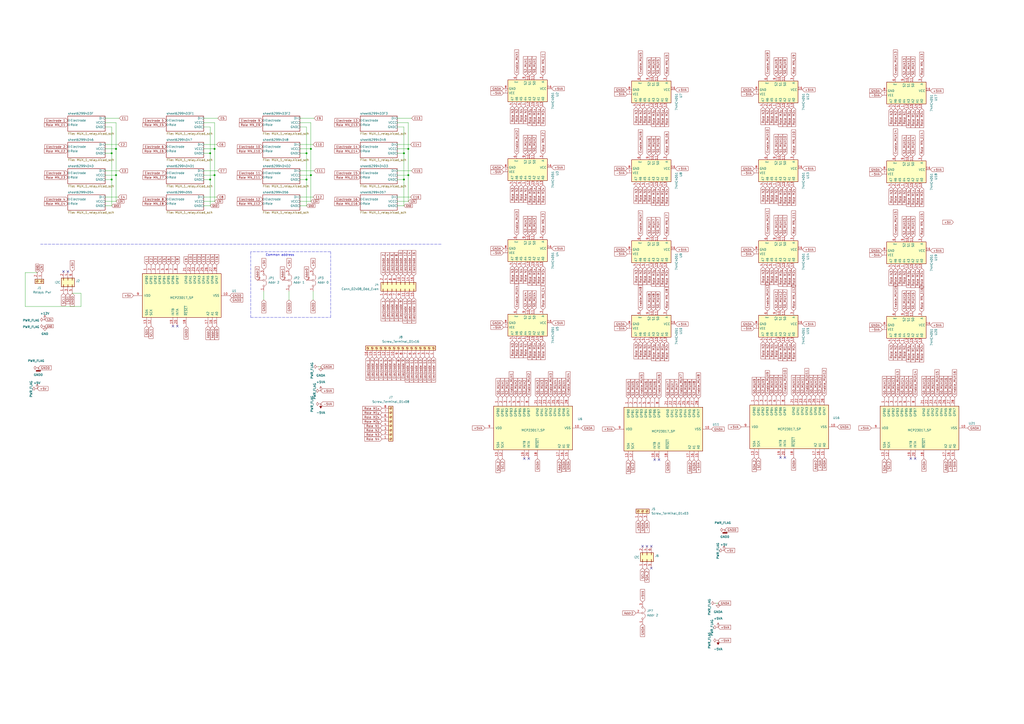
<source format=kicad_sch>
(kicad_sch (version 20211123) (generator eeschema)
  (paper "A2")
  (junction (at 64.77 104.14))
  (junction (at 67.31 101.6))
  (junction (at 180.34 86.36))
  (junction (at 121.92 104.14))
  (junction (at 234.315 88.9))
  (junction (at 121.92 88.9))
  (junction (at 124.46 101.6))
  (junction (at 236.855 86.36))
  (junction (at 180.34 101.6))
  (junction (at 124.46 86.36))
  (junction (at 236.855 101.6))
  (junction (at 177.8 88.9))
  (junction (at 64.77 88.9))
  (junction (at 67.31 86.36))
  (junction (at 234.315 104.14))
  (junction (at 177.8 104.14))
  (no_connect (at 530.86 266.065))
  (no_connect (at 306.705 266.065))
  (no_connect (at 528.32 266.065))
  (no_connect (at 372.745 316.865))
  (no_connect (at 452.755 265.43))
  (no_connect (at 36.83 157.48))
  (no_connect (at 39.37 157.48))
  (no_connect (at 102.87 189.23))
  (no_connect (at 100.33 189.23))
  (no_connect (at 304.165 266.065))
  (no_connect (at 379.73 266.7))
  (no_connect (at 377.825 316.865))
  (no_connect (at 377.825 329.565))
  (no_connect (at 382.27 266.7))
  (no_connect (at 455.295 265.43))
  (no_connect (at 375.285 316.865))
  (wire (pts (xy 173.99 73.66) (xy 177.8 73.66)))
  (wire (pts (xy 230.505 68.58) (xy 238.76 68.58)))
  (wire (pts (xy 180.34 101.6) (xy 180.34 116.84)))
  (wire (pts (xy 118.11 114.3) (xy 125.73 114.3)))
  (wire (pts (xy 173.99 88.9) (xy 177.8 88.9)))
  (wire (pts (xy 41.91 170.18) (xy 46.99 170.18)))
  (wire (pts (xy 67.31 101.6) (xy 67.31 116.84)))
  (wire (pts (xy 230.505 119.38) (xy 234.315 119.38)))
  (wire (pts (xy 46.99 177.8) (xy 14.605 177.8)))
  (wire (pts (xy 230.505 101.6) (xy 236.855 101.6)))
  (wire (pts (xy 230.505 116.84) (xy 236.855 116.84)))
  (wire (pts (xy 236.855 101.6) (xy 236.855 116.84)))
  (wire (pts (xy 173.99 68.58) (xy 182.245 68.58)))
  (wire (pts (xy 124.46 86.36) (xy 124.46 101.6)))
  (wire (pts (xy 236.855 86.36) (xy 236.855 101.6)))
  (wire (pts (xy 173.99 99.06) (xy 182.245 99.06)))
  (wire (pts (xy 14.605 177.8) (xy 14.605 158.115)))
  (polyline (pts (xy 145.415 146.05) (xy 145.415 184.15)))
  (wire (pts (xy 118.11 68.58) (xy 126.365 68.58)))
  (wire (pts (xy 167.64 168.91) (xy 167.64 173.99)))
  (wire (pts (xy 173.99 104.14) (xy 177.8 104.14)))
  (wire (pts (xy 60.96 86.36) (xy 67.31 86.36)))
  (wire (pts (xy 118.11 71.12) (xy 124.46 71.12)))
  (wire (pts (xy 118.11 119.38) (xy 121.92 119.38)))
  (wire (pts (xy 46.99 170.18) (xy 46.99 177.8)))
  (wire (pts (xy 230.505 83.82) (xy 238.125 83.82)))
  (wire (pts (xy 60.96 68.58) (xy 69.215 68.58)))
  (wire (pts (xy 121.92 73.66) (xy 121.92 88.9)))
  (polyline (pts (xy 145.415 184.15) (xy 191.77 184.15)))
  (polyline (pts (xy 255.905 141.605) (xy 23.495 141.605)))
  (wire (pts (xy 64.77 73.66) (xy 64.77 88.9)))
  (wire (pts (xy 230.505 73.66) (xy 234.315 73.66)))
  (polyline (pts (xy 191.77 184.15) (xy 191.77 146.05)))
  (wire (pts (xy 118.11 99.06) (xy 126.365 99.06)))
  (wire (pts (xy 60.96 119.38) (xy 64.77 119.38)))
  (wire (pts (xy 230.505 71.12) (xy 236.855 71.12)))
  (wire (pts (xy 230.505 104.14) (xy 234.315 104.14)))
  (wire (pts (xy 14.605 158.115) (xy 21.59 158.115)))
  (wire (pts (xy 234.315 88.9) (xy 234.315 104.14)))
  (wire (pts (xy 60.96 116.84) (xy 67.31 116.84)))
  (wire (pts (xy 60.96 71.12) (xy 67.31 71.12)))
  (wire (pts (xy 60.96 99.06) (xy 69.215 99.06)))
  (wire (pts (xy 230.505 88.9) (xy 234.315 88.9)))
  (wire (pts (xy 153.035 168.91) (xy 153.035 173.99)))
  (wire (pts (xy 64.77 104.14) (xy 64.77 119.38)))
  (wire (pts (xy 60.96 83.82) (xy 68.58 83.82)))
  (wire (pts (xy 230.505 99.06) (xy 238.76 99.06)))
  (wire (pts (xy 177.8 104.14) (xy 177.8 119.38)))
  (wire (pts (xy 415.29 349.885) (xy 416.56 349.885)))
  (wire (pts (xy 60.96 114.3) (xy 68.58 114.3)))
  (wire (pts (xy 173.99 83.82) (xy 181.61 83.82)))
  (wire (pts (xy 67.31 71.12) (xy 67.31 86.36)))
  (wire (pts (xy 180.34 71.12) (xy 180.34 86.36)))
  (wire (pts (xy 118.11 73.66) (xy 121.92 73.66)))
  (wire (pts (xy 230.505 86.36) (xy 236.855 86.36)))
  (wire (pts (xy 234.315 104.14) (xy 234.315 119.38)))
  (wire (pts (xy 118.11 83.82) (xy 125.73 83.82)))
  (polyline (pts (xy 191.77 146.05) (xy 145.415 146.05)))
  (wire (pts (xy 121.92 88.9) (xy 121.92 104.14)))
  (wire (pts (xy 236.855 71.12) (xy 236.855 86.36)))
  (wire (pts (xy 67.31 86.36) (xy 67.31 101.6)))
  (wire (pts (xy 177.8 73.66) (xy 177.8 88.9)))
  (wire (pts (xy 181.61 168.91) (xy 181.61 173.99)))
  (wire (pts (xy 60.96 101.6) (xy 67.31 101.6)))
  (wire (pts (xy 60.96 104.14) (xy 64.77 104.14)))
  (wire (pts (xy 124.46 71.12) (xy 124.46 86.36)))
  (wire (pts (xy 118.11 101.6) (xy 124.46 101.6)))
  (wire (pts (xy 180.34 86.36) (xy 180.34 101.6)))
  (wire (pts (xy 60.96 73.66) (xy 64.77 73.66)))
  (wire (pts (xy 118.11 88.9) (xy 121.92 88.9)))
  (wire (pts (xy 124.46 101.6) (xy 124.46 116.84)))
  (wire (pts (xy 177.8 88.9) (xy 177.8 104.14)))
  (wire (pts (xy 173.99 116.84) (xy 180.34 116.84)))
  (wire (pts (xy 184.785 212.725) (xy 186.055 212.725)))
  (wire (pts (xy 173.99 86.36) (xy 180.34 86.36)))
  (wire (pts (xy 173.99 114.3) (xy 181.61 114.3)))
  (wire (pts (xy 118.11 86.36) (xy 124.46 86.36)))
  (wire (pts (xy 173.99 101.6) (xy 180.34 101.6)))
  (wire (pts (xy 118.11 104.14) (xy 121.92 104.14)))
  (wire (pts (xy 121.92 104.14) (xy 121.92 119.38)))
  (wire (pts (xy 118.11 116.84) (xy 124.46 116.84)))
  (wire (pts (xy 173.99 119.38) (xy 177.8 119.38)))
  (wire (pts (xy 64.77 88.9) (xy 64.77 104.14)))
  (wire (pts (xy 173.99 71.12) (xy 180.34 71.12)))
  (wire (pts (xy 234.315 73.66) (xy 234.315 88.9)))
  (wire (pts (xy 60.96 88.9) (xy 64.77 88.9)))
  (wire (pts (xy 230.505 114.3) (xy 238.125 114.3)))
  (text "Common address" (at 154.051 148.717 0) (effects (font (size 1.27 1.27)) (justify left bottom)))
  (global_label "Role N3" (shape input) (at 368.935 62.23 270) (property "Intersheet References" "${INTERSHEET_REFS}" (effects hide)))
  (global_label "S0_MUX5" (shape input) (at 364.49 231.14 90) (property "Intersheet References" "${INTERSHEET_REFS}" (effects hide)))
  (global_label "Role N4" (shape input) (at 447.675 62.23 270) (property "Intersheet References" "${INTERSHEET_REFS}" (effects hide)))
  (global_label "GNDA" (shape input) (at 311.785 266.065 270) (property "Intersheet References" "${INTERSHEET_REFS}" (effects hide)))
  (global_label "Role M3y" (shape input) (at 307.34 154.305 270) (property "Intersheet References" "${INTERSHEET_REFS}" (effects hide)))
  (global_label "+5V" (shape input) (at 77.47 171.45 180) (property "Intersheet References" "${INTERSHEET_REFS}" (effects hide)))
  (global_label "Electrode 2" (shape input) (at 215.9 207.01 270) (property "Intersheet References" "${INTERSHEET_REFS}" (effects hide)))
  (global_label "S1_MUX12" (shape input) (at 473.075 229.87 90) (property "Intersheet References" "${INTERSHEET_REFS}" (effects hide)))
  (global_label "Role M1x" (shape input) (at 309.88 61.595 270) (property "Intersheet References" "${INTERSHEET_REFS}" (effects hide)))
  (global_label "GNDA" (shape input) (at 437.515 97.79 180) (property "Intersheet References" "${INTERSHEET_REFS}" (effects hide)))
  (global_label "Enable_MUX12" (shape input) (at 478.155 229.87 90) (property "Intersheet References" "${INTERSHEET_REFS}" (effects hide)))
  (global_label "S1_MUX16" (shape input) (at 548.64 230.505 90) (property "Intersheet References" "${INTERSHEET_REFS}" (effects hide)))
  (global_label "Electrode 6" (shape input) (at 226.06 207.01 270) (property "Intersheet References" "${INTERSHEET_REFS}" (effects hide)))
  (global_label "Role N1" (shape input) (at 450.215 154.94 270) (property "Intersheet References" "${INTERSHEET_REFS}" (effects hide)))
  (global_label "Electrode 15" (shape input) (at 240.03 172.72 270) (property "Intersheet References" "${INTERSHEET_REFS}" (effects hide)))
  (global_label "GNDA" (shape input) (at 363.855 144.78 180) (property "Intersheet References" "${INTERSHEET_REFS}" (effects hide)))
  (global_label "-5VA" (shape input) (at 511.81 147.955 180) (property "Intersheet References" "${INTERSHEET_REFS}" (effects hide)))
  (global_label "Role N4" (shape input) (at 302.26 197.485 270) (property "Intersheet References" "${INTERSHEET_REFS}" (effects hide)))
  (global_label "S2_MUX11" (shape input) (at 465.455 229.87 90) (property "Intersheet References" "${INTERSHEET_REFS}" (effects hide)))
  (global_label "S0_MUX9" (shape input) (at 455.295 44.45 90) (property "Intersheet References" "${INTERSHEET_REFS}" (effects hide)))
  (global_label "+5V" (shape input) (at 167.64 156.21 90) (property "Intersheet References" "${INTERSHEET_REFS}" (effects hide)))
  (global_label "Enable_MUX8" (shape input) (at 371.475 180.34 90) (property "Intersheet References" "${INTERSHEET_REFS}" (effects hide)))
  (global_label "Role N2" (shape input) (at 299.72 154.305 270) (property "Intersheet References" "${INTERSHEET_REFS}" (effects hide)))
  (global_label "+5VA" (shape input) (at 539.75 145.415 0) (property "Intersheet References" "${INTERSHEET_REFS}" (effects hide)))
  (global_label "SCL2" (shape input) (at 372.745 329.565 270) (property "Intersheet References" "${INTERSHEET_REFS}" (effects hide)))
  (global_label "Role M1y" (shape input) (at 532.13 62.865 270) (property "Intersheet References" "${INTERSHEET_REFS}" (effects hide)))
  (global_label "E1" (shape input) (at 85.09 153.67 90) (property "Intersheet References" "${INTERSHEET_REFS}" (effects hide)))
  (global_label "Role N4" (shape input) (at 447.675 107.95 270) (property "Intersheet References" "${INTERSHEET_REFS}" (effects hide)))
  (global_label "12V" (shape input) (at 67.31 116.84 0) (effects (font (size 1 1))) (property "Intersheet References" "${INTERSHEET_REFS}" (effects hide)))
  (global_label "S2_MUX15" (shape input) (at 524.51 137.795 90) (property "Intersheet References" "${INTERSHEET_REFS}" (effects hide)))
  (global_label "S2_MUX1" (shape input) (at 304.8 43.815 90) (property "Intersheet References" "${INTERSHEET_REFS}" (effects hide)))
  (global_label "Role N3" (shape input) (at 297.18 197.485 270) (property "Intersheet References" "${INTERSHEET_REFS}" (effects hide)))
  (global_label "E15" (shape input) (at 238.76 99.06 0) (property "Intersheet References" "${INTERSHEET_REFS}" (effects hide)))
  (global_label "Enable_MUX12" (shape input) (at 445.135 180.34 90) (property "Intersheet References" "${INTERSHEET_REFS}" (effects hide)))
  (global_label "Electrode 14" (shape input) (at 237.49 160.02 90) (property "Intersheet References" "${INTERSHEET_REFS}" (effects hide)))
  (global_label "Role N4" (shape input) (at 521.97 108.585 270) (property "Intersheet References" "${INTERSHEET_REFS}" (effects hide)))
  (global_label "Electrode 12" (shape input) (at 152.4 115.57 180) (property "Intersheet References" "${INTERSHEET_REFS}" (effects hide)))
  (global_label "SD1" (shape input) (at 39.37 170.18 270) (property "Intersheet References" "${INTERSHEET_REFS}" (effects hide)))
  (global_label "Role N3" (shape input) (at 516.89 155.575 270) (property "Intersheet References" "${INTERSHEET_REFS}" (effects hide)))
  (global_label "Role N2" (shape input) (at 445.135 62.23 270) (property "Intersheet References" "${INTERSHEET_REFS}" (effects hide)))
  (global_label "Electrode 12" (shape input) (at 234.95 160.02 90) (property "Intersheet References" "${INTERSHEET_REFS}" (effects hide)))
  (global_label "+5VA" (shape input) (at 356.87 248.92 180) (property "Intersheet References" "${INTERSHEET_REFS}" (effects hide)))
  (global_label "Role M1y" (shape input) (at 312.42 107.315 270) (property "Intersheet References" "${INTERSHEET_REFS}" (effects hide)))
  (global_label "SCL1" (shape input) (at 36.83 170.18 270) (property "Intersheet References" "${INTERSHEET_REFS}" (effects hide)))
  (global_label "Role N3" (shape input) (at 442.595 154.94 270) (property "Intersheet References" "${INTERSHEET_REFS}" (effects hide)))
  (global_label "Role M3y" (shape input) (at 527.05 62.865 270) (property "Intersheet References" "${INTERSHEET_REFS}" (effects hide)))
  (global_label "+5VA" (shape input) (at 320.04 97.155 0) (property "Intersheet References" "${INTERSHEET_REFS}" (effects hide)))
  (global_label "S1_MUX3" (shape input) (at 314.325 230.505 90) (property "Intersheet References" "${INTERSHEET_REFS}" (effects hide)))
  (global_label "GNDD" (shape input) (at 41.91 170.18 270) (property "Intersheet References" "${INTERSHEET_REFS}" (effects hide)))
  (global_label "Enable_MUX3" (shape input) (at 319.405 230.505 90) (property "Intersheet References" "${INTERSHEET_REFS}" (effects hide)))
  (global_label "S0_MUX11" (shape input) (at 460.375 229.87 90) (property "Intersheet References" "${INTERSHEET_REFS}" (effects hide)))
  (global_label "Electrode 4" (shape input) (at 224.79 160.02 90) (property "Intersheet References" "${INTERSHEET_REFS}" (effects hide)))
  (global_label "Role N4" (shape input) (at 521.97 62.865 270) (property "Intersheet References" "${INTERSHEET_REFS}" (effects hide)))
  (global_label "Enable_MUX10" (shape input) (at 445.135 90.17 90) (property "Intersheet References" "${INTERSHEET_REFS}" (effects hide)))
  (global_label "Role N2" (shape input) (at 519.43 108.585 270) (property "Intersheet References" "${INTERSHEET_REFS}" (effects hide)))
  (global_label "Enable_MUX4" (shape input) (at 329.565 230.505 90) (property "Intersheet References" "${INTERSHEET_REFS}" (effects hide)))
  (global_label "Role N2" (shape input) (at 519.43 62.865 270) (property "Intersheet References" "${INTERSHEET_REFS}" (effects hide)))
  (global_label "Role M3y" (shape input) (at 527.05 155.575 270) (property "Intersheet References" "${INTERSHEET_REFS}" (effects hide)))
  (global_label "Electrode 7" (shape input) (at 96.52 100.33 180) (property "Intersheet References" "${INTERSHEET_REFS}" (effects hide)))
  (global_label "+5VA" (shape input) (at 370.205 301.625 270) (property "Intersheet References" "${INTERSHEET_REFS}" (effects hide)))
  (global_label "Enable_MUX9" (shape input) (at 445.135 229.87 90) (property "Intersheet References" "${INTERSHEET_REFS}" (effects hide)))
  (global_label "S2_MUX5" (shape input) (at 369.57 231.14 90) (property "Intersheet References" "${INTERSHEET_REFS}" (effects hide)))
  (global_label "+5VA" (shape input) (at 320.04 187.325 0) (property "Intersheet References" "${INTERSHEET_REFS}" (effects hide)))
  (global_label "GNDA" (shape input) (at 329.565 266.065 270) (property "Intersheet References" "${INTERSHEET_REFS}" (effects hide)))
  (global_label "Enable_MUX5" (shape input) (at 371.475 44.45 90) (property "Intersheet References" "${INTERSHEET_REFS}" (effects hide)))
  (global_label "Enable_MUX3" (shape input) (at 299.72 136.525 90) (property "Intersheet References" "${INTERSHEET_REFS}" (effects hide)))
  (global_label "Addr2" (shape input) (at 473.075 265.43 270) (property "Intersheet References" "${INTERSHEET_REFS}" (effects hide)))
  (global_label "S1_MUX4" (shape input) (at 307.34 179.705 90) (property "Intersheet References" "${INTERSHEET_REFS}" (effects hide)))
  (global_label "GNDA" (shape input) (at 327.025 266.065 270) (property "Intersheet References" "${INTERSHEET_REFS}" (effects hide)))
  (global_label "Role N2" (shape input) (at 371.475 198.12 270) (property "Intersheet References" "${INTERSHEET_REFS}" (effects hide)))
  (global_label "Role M1y" (shape input) (at 312.42 61.595 270) (property "Intersheet References" "${INTERSHEET_REFS}" (effects hide)))
  (global_label "E7" (shape input) (at 126.365 99.06 0) (property "Intersheet References" "${INTERSHEET_REFS}" (effects hide)))
  (global_label "S1_MUX14" (shape input) (at 527.05 90.805 90) (property "Intersheet References" "${INTERSHEET_REFS}" (effects hide)))
  (global_label "Role N2" (shape input) (at 519.43 198.755 270) (property "Intersheet References" "${INTERSHEET_REFS}" (effects hide)))
  (global_label "S2_MUX12" (shape input) (at 475.615 229.87 90) (property "Intersheet References" "${INTERSHEET_REFS}" (effects hide)))
  (global_label "Role MN_E5" (shape input) (at 96.52 72.39 180) (property "Intersheet References" "${INTERSHEET_REFS}" (effects hide)))
  (global_label "Role N4" (shape input) (at 521.97 155.575 270) (property "Intersheet References" "${INTERSHEET_REFS}" (effects hide)))
  (global_label "Role M3y" (shape input) (at 452.755 198.12 270) (property "Intersheet References" "${INTERSHEET_REFS}" (effects hide)))
  (global_label "S2_MUX7" (shape input) (at 376.555 137.16 90) (property "Intersheet References" "${INTERSHEET_REFS}" (effects hide)))
  (global_label "Role M1x" (shape input) (at 529.59 155.575 270) (property "Intersheet References" "${INTERSHEET_REFS}" (effects hide)))
  (global_label "Role M1x" (shape input) (at 529.59 198.755 270) (property "Intersheet References" "${INTERSHEET_REFS}" (effects hide)))
  (global_label "Role N1" (shape input) (at 450.215 107.95 270) (property "Intersheet References" "${INTERSHEET_REFS}" (effects hide)))
  (global_label "Addr2" (shape input) (at 324.485 266.065 270) (property "Intersheet References" "${INTERSHEET_REFS}" (effects hide)))
  (global_label "Electrode 16" (shape input) (at 240.03 160.02 90) (property "Intersheet References" "${INTERSHEET_REFS}" (effects hide)))
  (global_label "Role MN_E15" (shape input) (at 208.915 102.87 180) (property "Intersheet References" "${INTERSHEET_REFS}" (effects hide)))
  (global_label "E9" (shape input) (at 107.95 153.67 90) (property "Intersheet References" "${INTERSHEET_REFS}" (effects hide)))
  (global_label "Enable_MUX2" (shape input) (at 299.72 89.535 90) (property "Intersheet References" "${INTERSHEET_REFS}" (effects hide)))
  (global_label "GND" (shape input) (at 64.77 119.38 0) (effects (font (size 1 1))) (property "Intersheet References" "${INTERSHEET_REFS}" (effects hide)))
  (global_label "Electrode 5" (shape input) (at 227.33 172.72 270) (property "Intersheet References" "${INTERSHEET_REFS}" (effects hide)))
  (global_label "Role M2x" (shape input) (at 460.375 107.95 270) (property "Intersheet References" "${INTERSHEET_REFS}" (effects hide)))
  (global_label "12V" (shape input) (at 236.855 116.84 0) (effects (font (size 1 1))) (property "Intersheet References" "${INTERSHEET_REFS}" (effects hide)))
  (global_label "E10" (shape input) (at 110.49 153.67 90) (property "Intersheet References" "${INTERSHEET_REFS}" (effects hide)))
  (global_label "E9" (shape input) (at 182.245 68.58 0) (property "Intersheet References" "${INTERSHEET_REFS}" (effects hide)))
  (global_label "Role N1" (shape input) (at 524.51 108.585 270) (property "Intersheet References" "${INTERSHEET_REFS}" (effects hide)))
  (global_label "S1_MUX7" (shape input) (at 379.095 137.16 90) (property "Intersheet References" "${INTERSHEET_REFS}" (effects hide)))
  (global_label "S2_MUX6" (shape input) (at 379.73 231.14 90) (property "Intersheet References" "${INTERSHEET_REFS}" (effects hide)))
  (global_label "Role M1x" (shape input) (at 381.635 107.95 270) (property "Intersheet References" "${INTERSHEET_REFS}" (effects hide)))
  (global_label "Role M1x" (shape input) (at 221.615 236.855 180) (property "Intersheet References" "${INTERSHEET_REFS}" (effects hide)))
  (global_label "GNDA" (shape input) (at 478.155 265.43 270) (property "Intersheet References" "${INTERSHEET_REFS}" (effects hide)))
  (global_label "Role N1" (shape input) (at 304.8 197.485 270) (property "Intersheet References" "${INTERSHEET_REFS}" (effects hide)))
  (global_label "Electrode 5" (shape input) (at 96.52 69.85 180) (property "Intersheet References" "${INTERSHEET_REFS}" (effects hide)))
  (global_label "S1_MUX11" (shape input) (at 452.755 137.16 90) (property "Intersheet References" "${INTERSHEET_REFS}" (effects hide)))
  (global_label "GNDA" (shape input) (at 292.1 144.145 180) (property "Intersheet References" "${INTERSHEET_REFS}" (effects hide)))
  (global_label "Role N3" (shape input) (at 516.89 108.585 270) (property "Intersheet References" "${INTERSHEET_REFS}" (effects hide)))
  (global_label "GNDA" (shape input) (at 363.855 187.96 180) (property "Intersheet References" "${INTERSHEET_REFS}" (effects hide)))
  (global_label "S1_MUX12" (shape input) (at 452.755 180.34 90) (property "Intersheet References" "${INTERSHEET_REFS}" (effects hide)))
  (global_label "-5VA" (shape input) (at 511.81 191.135 180) (property "Intersheet References" "${INTERSHEET_REFS}" (effects hide)))
  (global_label "Electrode 4" (shape input) (at 220.98 207.01 270) (property "Intersheet References" "${INTERSHEET_REFS}" (effects hide)))
  (global_label "Role M2x" (shape input) (at 386.715 62.23 270) (property "Intersheet References" "${INTERSHEET_REFS}" (effects hide)))
  (global_label "Role N2" (shape input) (at 299.72 61.595 270) (property "Intersheet References" "${INTERSHEET_REFS}" (effects hide)))
  (global_label "-5VA" (shape input) (at 511.81 100.965 180) (property "Intersheet References" "${INTERSHEET_REFS}" (effects hide)))
  (global_label "SCL2" (shape input) (at 440.055 265.43 270) (property "Intersheet References" "${INTERSHEET_REFS}" (effects hide)))
  (global_label "GNDA" (shape input) (at 460.375 265.43 270) (property "Intersheet References" "${INTERSHEET_REFS}" (effects hide)))
  (global_label "Role M2x" (shape input) (at 460.375 154.94 270) (property "Intersheet References" "${INTERSHEET_REFS}" (effects hide)))
  (global_label "Enable_MUX9" (shape input) (at 445.135 44.45 90) (property "Intersheet References" "${INTERSHEET_REFS}" (effects hide)))
  (global_label "Role N1" (shape input) (at 376.555 154.94 270) (property "Intersheet References" "${INTERSHEET_REFS}" (effects hide)))
  (global_label "Role MN_E8" (shape input) (at 96.52 118.11 180) (property "Intersheet References" "${INTERSHEET_REFS}" (effects hide)))
  (global_label "Addr0" (shape input) (at 125.73 189.23 270) (property "Intersheet References" "${INTERSHEET_REFS}" (effects hide)))
  (global_label "Role M3y" (shape input) (at 452.755 107.95 270) (property "Intersheet References" "${INTERSHEET_REFS}" (effects hide)))
  (global_label "S0_MUX15" (shape input) (at 535.94 230.505 90) (property "Intersheet References" "${INTERSHEET_REFS}" (effects hide)))
  (global_label "S1_MUX11" (shape input) (at 462.915 229.87 90) (property "Intersheet References" "${INTERSHEET_REFS}" (effects hide)))
  (global_label "Electrode 16" (shape input) (at 251.46 207.01 270) (property "Intersheet References" "${INTERSHEET_REFS}" (effects hide)))
  (global_label "Role N4" (shape input) (at 374.015 107.95 270) (property "Intersheet References" "${INTERSHEET_REFS}" (effects hide)))
  (global_label "Role N2" (shape input) (at 445.135 154.94 270) (property "Intersheet References" "${INTERSHEET_REFS}" (effects hide)))
  (global_label "+5VA" (shape input) (at 320.04 144.145 0) (property "Intersheet References" "${INTERSHEET_REFS}" (effects hide)))
  (global_label "Role MN_E10" (shape input) (at 152.4 87.63 180) (property "Intersheet References" "${INTERSHEET_REFS}" (effects hide)))
  (global_label "S0_MUX6" (shape input) (at 374.65 231.14 90) (property "Intersheet References" "${INTERSHEET_REFS}" (effects hide)))
  (global_label "S0_MUX9" (shape input) (at 437.515 229.87 90) (property "Intersheet References" "${INTERSHEET_REFS}" (effects hide)))
  (global_label "S0_MUX7" (shape input) (at 387.35 231.14 90) (property "Intersheet References" "${INTERSHEET_REFS}" (effects hide)))
  (global_label "+5VA" (shape input) (at 465.455 97.79 0) (property "Intersheet References" "${INTERSHEET_REFS}" (effects hide)))
  (global_label "Role M1y" (shape input) (at 532.13 155.575 270) (property "Intersheet References" "${INTERSHEET_REFS}" (effects hide)))
  (global_label "+5VA" (shape input) (at 539.75 52.705 0) (property "Intersheet References" "${INTERSHEET_REFS}" (effects hide)))
  (global_label "S2_MUX5" (shape input) (at 376.555 44.45 90) (property "Intersheet References" "${INTERSHEET_REFS}" (effects hide)))
  (global_label "Role MN_E7" (shape input) (at 96.52 102.87 180) (property "Intersheet References" "${INTERSHEET_REFS}" (effects hide)))
  (global_label "S0_MUX13" (shape input) (at 529.59 45.085 90) (property "Intersheet References" "${INTERSHEET_REFS}" (effects hide)))
  (global_label "Electrode 5" (shape input) (at 223.52 207.01 270) (property "Intersheet References" "${INTERSHEET_REFS}" (effects hide)))
  (global_label "Role N3" (shape input) (at 516.89 62.865 270) (property "Intersheet References" "${INTERSHEET_REFS}" (effects hide)))
  (global_label "Role N3" (shape input) (at 221.615 252.095 180) (property "Intersheet References" "${INTERSHEET_REFS}" (effects hide)))
  (global_label "Electrode 12" (shape input) (at 241.3 207.01 270) (property "Intersheet References" "${INTERSHEET_REFS}" (effects hide)))
  (global_label "S1_MUX9" (shape input) (at 440.055 229.87 90) (property "Intersheet References" "${INTERSHEET_REFS}" (effects hide)))
  (global_label "GNDA" (shape input) (at 437.515 52.07 180) (property "Intersheet References" "${INTERSHEET_REFS}" (effects hide)))
  (global_label "Electrode 13" (shape input) (at 243.84 207.01 270) (property "Intersheet References" "${INTERSHEET_REFS}" (effects hide)))
  (global_label "Role M1x" (shape input) (at 455.295 154.94 270) (property "Intersheet References" "${INTERSHEET_REFS}" (effects hide)))
  (global_label "Electrode 9" (shape input) (at 233.68 207.01 270) (property "Intersheet References" "${INTERSHEET_REFS}" (effects hide)))
  (global_label "+5VA" (shape input) (at 281.305 248.285 180) (property "Intersheet References" "${INTERSHEET_REFS}" (effects hide)))
  (global_label "+5VA" (shape input) (at 553.72 266.065 270) (property "Intersheet References" "${INTERSHEET_REFS}" (effects hide)))
  (global_label "-5VA" (shape input) (at 375.285 301.625 270) (property "Intersheet References" "${INTERSHEET_REFS}" (effects hide)))
  (global_label "S1_MUX1" (shape input) (at 291.465 230.505 90) (property "Intersheet References" "${INTERSHEET_REFS}" (effects hide)))
  (global_label "Electrode 7" (shape input) (at 228.6 207.01 270) (property "Intersheet References" "${INTERSHEET_REFS}" (effects hide)))
  (global_label "S2_MUX3" (shape input) (at 316.865 230.505 90) (property "Intersheet References" "${INTERSHEET_REFS}" (effects hide)))
  (global_label "Role M1y" (shape input) (at 457.835 154.94 270) (property "Intersheet References" "${INTERSHEET_REFS}" (effects hide)))
  (global_label "GNDA" (shape input) (at 416.56 349.885 0) (property "Intersheet References" "${INTERSHEET_REFS}" (effects hide)))
  (global_label "Role MN_E16" (shape input) (at 534.67 180.975 90) (property "Intersheet References" "${INTERSHEET_REFS}" (effects hide)))
  (global_label "Enable_MUX13" (shape input) (at 520.7 230.505 90) (property "Intersheet References" "${INTERSHEET_REFS}" (effects hide)))
  (global_label "Role M1x" (shape input) (at 381.635 198.12 270) (property "Intersheet References" "${INTERSHEET_REFS}" (effects hide)))
  (global_label "-5VA" (shape input) (at 363.855 190.5 180) (property "Intersheet References" "${INTERSHEET_REFS}" (effects hide)))
  (global_label "Electrode 4" (shape input) (at 39.37 115.57 180) (property "Intersheet References" "${INTERSHEET_REFS}" (effects hide)))
  (global_label "Role M1x" (shape input) (at 455.295 107.95 270) (property "Intersheet References" "${INTERSHEET_REFS}" (effects hide)))
  (global_label "GNDA" (shape input) (at 511.81 98.425 180) (property "Intersheet References" "${INTERSHEET_REFS}" (effects hide)))
  (global_label "S1_MUX13" (shape input) (at 515.62 230.505 90) (property "Intersheet References" "${INTERSHEET_REFS}" (effects hide)))
  (global_label "Electrode 3" (shape input) (at 224.79 172.72 270) (property "Intersheet References" "${INTERSHEET_REFS}" (effects hide)))
  (global_label "S1_MUX5" (shape input) (at 379.095 44.45 90) (property "Intersheet References" "${INTERSHEET_REFS}" (effects hide)))
  (global_label "+5V" (shape input) (at 153.035 156.21 90) (property "Intersheet References" "${INTERSHEET_REFS}" (effects hide)))
  (global_label "S1_MUX1" (shape input) (at 307.34 43.815 90) (property "Intersheet References" "${INTERSHEET_REFS}" (effects hide)))
  (global_label "Role MN_E9" (shape input) (at 152.4 72.39 180) (property "Intersheet References" "${INTERSHEET_REFS}" (effects hide)))
  (global_label "E16" (shape input) (at 238.125 114.3 0) (property "Intersheet References" "${INTERSHEET_REFS}" (effects hide)))
  (global_label "Role N3" (shape input) (at 442.595 107.95 270) (property "Intersheet References" "${INTERSHEET_REFS}" (effects hide)))
  (global_label "S2_MUX8" (shape input) (at 376.555 180.34 90) (property "Intersheet References" "${INTERSHEET_REFS}" (effects hide)))
  (global_label "Role N1" (shape input) (at 304.8 61.595 270) (property "Intersheet References" "${INTERSHEET_REFS}" (effects hide)))
  (global_label "S0_MUX1" (shape input) (at 309.88 43.815 90) (property "Intersheet References" "${INTERSHEET_REFS}" (effects hide)))
  (global_label "GND" (shape input) (at 121.92 119.38 0) (effects (font (size 1 1))) (property "Intersheet References" "${INTERSHEET_REFS}" (effects hide)))
  (global_label "Electrode 10" (shape input) (at 152.4 85.09 180) (property "Intersheet References" "${INTERSHEET_REFS}" (effects hide)))
  (global_label "Role N2" (shape input) (at 221.615 249.555 180) (property "Intersheet References" "${INTERSHEET_REFS}" (effects hide)))
  (global_label "E5" (shape input) (at 95.25 153.67 90) (property "Intersheet References" "${INTERSHEET_REFS}" (effects hide)))
  (global_label "Electrode 9" (shape input) (at 232.41 172.72 270) (property "Intersheet References" "${INTERSHEET_REFS}" (effects hide)))
  (global_label "E16" (shape input) (at 125.73 153.67 90) (property "Intersheet References" "${INTERSHEET_REFS}" (effects hide)))
  (global_label "Role N4" (shape input) (at 302.26 107.315 270) (property "Intersheet References" "${INTERSHEET_REFS}" (effects hide)))
  (global_label "GNDA" (shape input) (at 437.515 187.96 180) (property "Intersheet References" "${INTERSHEET_REFS}" (effects hide)))
  (global_label "GNDA" (shape input) (at 387.35 266.7 270) (property "Intersheet References" "${INTERSHEET_REFS}" (effects hide)))
  (global_label "-5VA" (shape input) (at 511.81 55.245 180) (property "Intersheet References" "${INTERSHEET_REFS}" (effects hide)))
  (global_label "E8" (shape input) (at 102.87 153.67 90) (property "Intersheet References" "${INTERSHEET_REFS}" (effects hide)))
  (global_label "S0_MUX12" (shape input) (at 470.535 229.87 90) (property "Intersheet References" "${INTERSHEET_REFS}" (effects hide)))
  (global_label "Enable_MUX13" (shape input) (at 519.43 45.085 90) (property "Intersheet References" "${INTERSHEET_REFS}" (effects hide)))
  (global_label "S2_MUX13" (shape input) (at 518.16 230.505 90) (property "Intersheet References" "${INTERSHEET_REFS}" (effects hide)))
  (global_label "Electrode 9" (shape input) (at 152.4 69.85 180) (property "Intersheet References" "${INTERSHEET_REFS}" (effects hide)))
  (global_label "Enable_MUX8" (shape input) (at 405.13 231.14 90) (property "Intersheet References" "${INTERSHEET_REFS}" (effects hide)))
  (global_label "S1_MUX10" (shape input) (at 452.755 90.17 90) (property "Intersheet References" "${INTERSHEET_REFS}" (effects hide)))
  (global_label "S2_MUX4" (shape input) (at 304.8 179.705 90) (property "Intersheet References" "${INTERSHEET_REFS}" (effects hide)))
  (global_label "Enable_MUX16" (shape input) (at 519.43 180.975 90) (property "Intersheet References" "${INTERSHEET_REFS}" (effects hide)))
  (global_label "Role N4" (shape input) (at 374.015 198.12 270) (property "Intersheet References" "${INTERSHEET_REFS}" (effects hide)))
  (global_label "Role N4" (shape input) (at 374.015 154.94 270) (property "Intersheet References" "${INTERSHEET_REFS}" (effects hide)))
  (global_label "GNDA" (shape input) (at 511.81 188.595 180) (property "Intersheet References" "${INTERSHEET_REFS}" (effects hide)))
  (global_label "S0_MUX14" (shape input) (at 529.59 90.805 90) (property "Intersheet References" "${INTERSHEET_REFS}" (effects hide)))
  (global_label "Role MN_E9" (shape input) (at 460.375 44.45 90) (property "Intersheet References" "${INTERSHEET_REFS}" (effects hide)))
  (global_label "Role N1" (shape input) (at 376.555 198.12 270) (property "Intersheet References" "${INTERSHEET_REFS}" (effects hide)))
  (global_label "-5VA" (shape input) (at 363.855 54.61 180) (property "Intersheet References" "${INTERSHEET_REFS}" (effects hide)))
  (global_label "S0_MUX12" (shape input) (at 455.295 180.34 90) (property "Intersheet References" "${INTERSHEET_REFS}" (effects hide)))
  (global_label "+5VA" (shape input) (at 539.75 188.595 0) (property "Intersheet References" "${INTERSHEET_REFS}" (effects hide)))
  (global_label "GNDA" (shape input) (at 437.515 144.78 180) (property "Intersheet References" "${INTERSHEET_REFS}" (effects hide)))
  (global_label "Role MN_E14" (shape input) (at 208.915 87.63 180) (property "Intersheet References" "${INTERSHEET_REFS}" (effects hide)))
  (global_label "Role N2" (shape input) (at 371.475 154.94 270) (property "Intersheet References" "${INTERSHEET_REFS}" (effects hide)))
  (global_label "E12" (shape input) (at 181.61 114.3 0) (property "Intersheet References" "${INTERSHEET_REFS}" (effects hide)))
  (global_label "Role N1" (shape input) (at 450.215 62.23 270) (property "Intersheet References" "${INTERSHEET_REFS}" (effects hide)))
  (global_label "+5VA" (shape input) (at 320.04 51.435 0) (property "Intersheet References" "${INTERSHEET_REFS}" (effects hide)))
  (global_label "+5VA" (shape input) (at 372.745 349.25 90) (property "Intersheet References" "${INTERSHEET_REFS}" (effects hide)))
  (global_label "Role N1" (shape input) (at 221.615 247.015 180) (property "Intersheet References" "${INTERSHEET_REFS}" (effects hide)))
  (global_label "-5VA" (shape input) (at 437.515 190.5 180) (property "Intersheet References" "${INTERSHEET_REFS}" (effects hide)))
  (global_label "Role N3" (shape input) (at 368.935 107.95 270) (property "Intersheet References" "${INTERSHEET_REFS}" (effects hide)))
  (global_label "Role M1y" (shape input) (at 532.13 108.585 270) (property "Intersheet References" "${INTERSHEET_REFS}" (effects hide)))
  (global_label "GNDA" (shape input) (at 372.745 301.625 270) (property "Intersheet References" "${INTERSHEET_REFS}" (effects hide)))
  (global_label "Role MN_E2" (shape input) (at 39.37 87.63 180) (property "Intersheet References" "${INTERSHEET_REFS}" (effects hide)))
  (global_label "-5VA" (shape input) (at 292.1 189.865 180) (property "Intersheet References" "${INTERSHEET_REFS}" (effects hide)))
  (global_label "Role N2" (shape input) (at 371.475 107.95 270) (property "Intersheet References" "${INTERSHEET_REFS}" (effects hide)))
  (global_label "Role MN_E12" (shape input) (at 460.375 180.34 90) (property "Intersheet References" "${INTERSHEET_REFS}" (effects hide)))
  (global_label "S0_MUX10" (shape input) (at 455.295 90.17 90) (property "Intersheet References" "${INTERSHEET_REFS}" (effects hide)))
  (global_label "S0_MUX8" (shape input) (at 381.635 180.34 90) (property "Intersheet References" "${INTERSHEET_REFS}" (effects hide)))
  (global_label "+5VA" (shape input) (at 391.795 52.07 0) (property "Intersheet References" "${INTERSHEET_REFS}" (effects hide)))
  (global_label "Electrode 10" (shape input) (at 236.22 207.01 270) (property "Intersheet References" "${INTERSHEET_REFS}" (effects hide)))
  (global_label "Role N4" (shape input) (at 447.675 198.12 270) (property "Intersheet References" "${INTERSHEET_REFS}" (effects hide)))
  (global_label "E6" (shape input) (at 97.79 153.67 90) (property "Intersheet References" "${INTERSHEET_REFS}" (effects hide)))
  (global_label "Role MN_E12" (shape input) (at 152.4 118.11 180) (property "Intersheet References" "${INTERSHEET_REFS}" (effects hide)))
  (global_label "Role N2" (shape input) (at 519.43 155.575 270) (property "Intersheet References" "${INTERSHEET_REFS}" (effects hide)))
  (global_label "Role MN_E5" (shape input) (at 386.715 44.45 90) (property "Intersheet References" "${INTERSHEET_REFS}" (effects hide)))
  (global_label "GNDA" (shape input) (at 363.855 97.79 180) (property "Intersheet References" "${INTERSHEET_REFS}" (effects hide)))
  (global_label "GNDA" (shape input) (at 511.81 145.415 180) (property "Intersheet References" "${INTERSHEET_REFS}" (effects hide)))
  (global_label "Role M1y" (shape input) (at 457.835 198.12 270) (property "Intersheet References" "${INTERSHEET_REFS}" (effects hide)))
  (global_label "S2_MUX12" (shape input) (at 450.215 180.34 90) (property "Intersheet References" "${INTERSHEET_REFS}" (effects hide)))
  (global_label "E5" (shape input) (at 126.365 68.58 0) (property "Intersheet References" "${INTERSHEET_REFS}" (effects hide)))
  (global_label "Role M2x" (shape input) (at 314.96 61.595 270) (property "Intersheet References" "${INTERSHEET_REFS}" (effects hide)))
  (global_label "GNDD" (shape input) (at 22.225 213.36 0) (property "Intersheet References" "${INTERSHEET_REFS}" (effects hide)))
  (global_label "Addr2" (shape input) (at 400.05 266.7 270) (property "Intersheet References" "${INTERSHEET_REFS}" (effects hide)))
  (global_label "Role MN_E10" (shape input) (at 460.375 90.17 90) (property "Intersheet References" "${INTERSHEET_REFS}" (effects hide)))
  (global_label "Role N3" (shape input) (at 442.595 62.23 270) (property "Intersheet References" "${INTERSHEET_REFS}" (effects hide)))
  (global_label "Enable_MUX1" (shape input) (at 299.72 43.815 90) (property "Intersheet References" "${INTERSHEET_REFS}" (effects hide)))
  (global_label "-5VA" (shape input) (at 437.515 54.61 180) (property "Intersheet References" "${INTERSHEET_REFS}" (effects hide)))
  (global_label "Role MN_E1" (shape input) (at 39.37 72.39 180) (property "Intersheet References" "${INTERSHEET_REFS}" (effects hide)))
  (global_label "S1_MUX14" (shape input) (at 525.78 230.505 90) (property "Intersheet References" "${INTERSHEET_REFS}" (effects hide)))
  (global_label "+5VA" (shape input) (at 475.615 265.43 270) (property "Intersheet References" "${INTERSHEET_REFS}" (effects hide)))
  (global_label "S0_MUX7" (shape input) (at 381.635 137.16 90) (property "Intersheet References" "${INTERSHEET_REFS}" (effects hide)))
  (global_label "Enable_MUX7" (shape input) (at 394.97 231.14 90) (property "Intersheet References" "${INTERSHEET_REFS}" (effects hide)))
  (global_label "S0_MUX13" (shape input) (at 513.08 230.505 90) (property "Intersheet References" "${INTERSHEET_REFS}" (effects hide)))
  (global_label "SDA_2" (shape input) (at 364.49 266.7 270) (property "Intersheet References" "${INTERSHEET_REFS}" (effects hide)))
  (global_label "-5VA" (shape input) (at 292.1 146.685 180) (property "Intersheet References" "${INTERSHEET_REFS}" (effects hide)))
  (global_label "+5VA" (shape input) (at 405.13 266.7 270) (property "Intersheet References" "${INTERSHEET_REFS}" (effects hide)))
  (global_label "SDA_2" (shape input) (at 437.515 265.43 270) (property "Intersheet References" "${INTERSHEET_REFS}" (effects hide)))
  (global_label "GNDA" (shape input) (at 363.855 52.07 180) (property "Intersheet References" "${INTERSHEET_REFS}" (effects hide)))
  (global_label "Electrode 1" (shape input) (at 222.25 172.72 270) (property "Intersheet References" "${INTERSHEET_REFS}" (effects hide)))
  (global_label "E2" (shape input) (at 87.63 153.67 90) (property "Intersheet References" "${INTERSHEET_REFS}" (effects hide)))
  (global_label "S2_MUX11" (shape input) (at 450.215 137.16 90) (property "Intersheet References" "${INTERSHEET_REFS}" (effects hide)))
  (global_label "Role M2x" (shape input) (at 314.96 107.315 270) (property "Intersheet References" "${INTERSHEET_REFS}" (effects hide)))
  (global_label "S1_MUX15" (shape input) (at 538.48 230.505 90) (property "Intersheet References" "${INTERSHEET_REFS}" (effects hide)))
  (global_label "S2_MUX10" (shape input) (at 450.215 90.17 90) (property "Intersheet References" "${INTERSHEET_REFS}" (effects hide)))
  (global_label "Addr2" (shape input) (at 368.935 355.6 180) (property "Intersheet References" "${INTERSHEET_REFS}" (effects hide)))
  (global_label "S0_MUX5" (shape input) (at 381.635 44.45 90) (property "Intersheet References" "${INTERSHEET_REFS}" (effects hide)))
  (global_label "-5VA" (shape input) (at 292.1 53.975 180) (property "Intersheet References" "${INTERSHEET_REFS}" (effects hide)))
  (global_label "Role MN_E13" (shape input) (at 534.67 45.085 90) (property "Intersheet References" "${INTERSHEET_REFS}" (effects hide)))
  (global_label "S2_MUX6" (shape input) (at 376.555 90.17 90) (property "Intersheet References" "${INTERSHEET_REFS}" (effects hide)))
  (global_label "Electrode 1" (shape input) (at 213.36 207.01 270) (property "Intersheet References" "${INTERSHEET_REFS}" (effects hide)))
  (global_label "SCL1" (shape input) (at 87.63 189.23 270) (property "Intersheet References" "${INTERSHEET_REFS}" (effects hide)))
  (global_label "Role MN_E4" (shape input) (at 314.96 179.705 90) (property "Intersheet References" "${INTERSHEET_REFS}" (effects hide)))
  (global_label "GNDA" (shape input) (at 292.1 97.155 180) (property "Intersheet References" "${INTERSHEET_REFS}" (effects hide)))
  (global_label "Role M2x" (shape input) (at 534.67 62.865 270) (property "Intersheet References" "${INTERSHEET_REFS}" (effects hide)))
  (global_label "S0_MUX4" (shape input) (at 309.88 179.705 90) (property "Intersheet References" "${INTERSHEET_REFS}" (effects hide)))
  (global_label "Electrode 13" (shape input) (at 208.915 69.85 180) (property "Intersheet References" "${INTERSHEET_REFS}" (effects hide)))
  (global_label "12V" (shape input) (at 124.46 116.84 0) (effects (font (size 1 1))) (property "Intersheet References" "${INTERSHEET_REFS}" (effects hide)))
  (global_label "E4" (shape input) (at 68.58 114.3 0) (property "Intersheet References" "${INTERSHEET_REFS}" (effects hide)))
  (global_label "Role N3" (shape input) (at 297.18 61.595 270) (property "Intersheet References" "${INTERSHEET_REFS}" (effects hide)))
  (global_label "E6" (shape input) (at 125.73 83.82 0) (property "Intersheet References" "${INTERSHEET_REFS}" (effects hide)))
  (global_label "Role M1x" (shape input) (at 381.635 154.94 270) (property "Intersheet References" "${INTERSHEET_REFS}" (effects hide)))
  (global_label "Role N1" (shape input) (at 304.8 154.305 270) (property "Intersheet References" "${INTERSHEET_REFS}" (effects hide)))
  (global_label "GNDA" (shape input) (at 412.75 248.92 0) (property "Intersheet References" "${INTERSHEET_REFS}" (effects hide)))
  (global_label "Electrode 3" (shape input) (at 39.37 100.33 180) (property "Intersheet References" "${INTERSHEET_REFS}" (effects hide)))
  (global_label "Role MN_E3" (shape input) (at 314.96 136.525 90) (property "Intersheet References" "${INTERSHEET_REFS}" (effects hide)))
  (global_label "Enable_MUX16" (shape input) (at 553.72 230.505 90) (property "Intersheet References" "${INTERSHEET_REFS}" (effects hide)))
  (global_label "-5VA" (shape input) (at 186.055 234.315 0) (property "Intersheet References" "${INTERSHEET_REFS}" (effects hide)))
  (global_label "+5VA" (shape input) (at 539.75 98.425 0) (property "Intersheet References" "${INTERSHEET_REFS}" (effects hide)))
  (global_label "Role N2" (shape input) (at 299.72 197.485 270) (property "Intersheet References" "${INTERSHEET_REFS}" (effects hide)))
  (global_label "S0_MUX14" (shape input) (at 523.24 230.505 90) (property "Intersheet References" "${INTERSHEET_REFS}" (effects hide)))
  (global_label "Role M3y" (shape input) (at 452.755 154.94 270) (property "Intersheet References" "${INTERSHEET_REFS}" (effects hide)))
  (global_label "Role MN_E2" (shape input) (at 314.96 89.535 90) (property "Intersheet References" "${INTERSHEET_REFS}" (effects hide)))
  (global_label "E13" (shape input) (at 118.11 153.67 90) (property "Intersheet References" "${INTERSHEET_REFS}" (effects hide)))
  (global_label "Role M1x" (shape input) (at 309.88 197.485 270) (property "Intersheet References" "${INTERSHEET_REFS}" (effects hide)))
  (global_label "Enable_MUX15" (shape input) (at 519.43 137.795 90) (property "Intersheet References" "${INTERSHEET_REFS}" (effects hide)))
  (global_label "S2_MUX16" (shape input) (at 524.51 180.975 90) (property "Intersheet References" "${INTERSHEET_REFS}" (effects hide)))
  (global_label "GNDA" (shape input) (at 535.94 266.065 270) (property "Intersheet References" "${INTERSHEET_REFS}" (effects hide)))
  (global_label "S1_MUX8" (shape input) (at 400.05 231.14 90) (property "Intersheet References" "${INTERSHEET_REFS}" (effects hide)))
  (global_label "Role N1" (shape input) (at 524.51 155.575 270) (property "Intersheet References" "${INTERSHEET_REFS}" (effects hide)))
  (global_label "Role MN_E8" (shape input) (at 386.715 180.34 90) (property "Intersheet References" "${INTERSHEET_REFS}" (effects hide)))
  (global_label "Role N4" (shape input) (at 302.26 154.305 270) (property "Intersheet References" "${INTERSHEET_REFS}" (effects hide)))
  (global_label "GNDD" (shape input) (at 181.61 173.99 270) (property "Intersheet References" "${INTERSHEET_REFS}" (effects hide)))
  (global_label "GNDA" (shape input) (at 402.59 266.7 270) (property "Intersheet References" "${INTERSHEET_REFS}" (effects hide)))
  (global_label "Role M2x" (shape input) (at 534.67 155.575 270) (property "Intersheet References" "${INTERSHEET_REFS}" (effects hide)))
  (global_label "Addr2" (shape input) (at 120.65 189.23 270) (property "Intersheet References" "${INTERSHEET_REFS}" (effects hide)))
  (global_label "+5VA" (shape input) (at 551.18 266.065 270) (property "Intersheet References" "${INTERSHEET_REFS}" (effects hide)))
  (global_label "Role M2x" (shape input) (at 221.615 241.935 180) (property "Intersheet References" "${INTERSHEET_REFS}" (effects hide)))
  (global_label "Electrode 8" (shape input) (at 229.87 160.02 90) (property "Intersheet References" "${INTERSHEET_REFS}" (effects hide)))
  (global_label "Role N3" (shape input) (at 297.18 107.315 270) (property "Intersheet References" "${INTERSHEET_REFS}" (effects hide)))
  (global_label "Role N1" (shape input) (at 376.555 107.95 270) (property "Intersheet References" "${INTERSHEET_REFS}" (effects hide)))
  (global_label "Role M1y" (shape input) (at 457.835 107.95 270) (property "Intersheet References" "${INTERSHEET_REFS}" (effects hide)))
  (global_label "Addr0" (shape input) (at 177.8 162.56 90) (property "Intersheet References" "${INTERSHEET_REFS}" (effects hide)))
  (global_label "S0_MUX3" (shape input) (at 309.88 136.525 90) (property "Intersheet References" "${INTERSHEET_REFS}" (effects hide)))
  (global_label "Role M2x" (shape input) (at 534.67 198.755 270) (property "Intersheet References" "${INTERSHEET_REFS}" (effects hide)))
  (global_label "Role M3y" (shape input) (at 221.615 244.475 180) (property "Intersheet References" "${INTERSHEET_REFS}" (effects hide)))
  (global_label "S0_MUX8" (shape input) (at 397.51 231.14 90) (property "Intersheet References" "${INTERSHEET_REFS}" (effects hide)))
  (global_label "+5V" (shape input) (at 553.085 128.905 180) (property "Intersheet References" "${INTERSHEET_REFS}" (effects hide)))
  (global_label "+5V" (shape input) (at 419.989 319.278 0) (property "Intersheet References" "${INTERSHEET_REFS}" (effects hide)))
  (global_label "Role M3y" (shape input) (at 307.34 107.315 270) (property "Intersheet References" "${INTERSHEET_REFS}" (effects hide)))
  (global_label "+5VA" (shape input) (at 465.455 52.07 0) (property "Intersheet References" "${INTERSHEET_REFS}" (effects hide)))
  (global_label "E11" (shape input) (at 182.245 99.06 0) (property "Intersheet References" "${INTERSHEET_REFS}" (effects hide)))
  (global_label "Role M1y" (shape input) (at 457.835 62.23 270) (property "Intersheet References" "${INTERSHEET_REFS}" (effects hide)))
  (global_label "Role M1x" (shape input) (at 455.295 198.12 270) (property "Intersheet References" "${INTERSHEET_REFS}" (effects hide)))
  (global_label "Electrode 15" (shape input) (at 248.92 207.01 270) (property "Intersheet References" "${INTERSHEET_REFS}" (effects hide)))
  (global_label "GNDA" (shape input) (at 292.1 51.435 180) (property "Intersheet References" "${INTERSHEET_REFS}" (effects hide)))
  (global_label "12V" (shape input) (at 26.035 185.42 0) (effects (font (size 1 1))) (property "Intersheet References" "${INTERSHEET_REFS}" (effects hide)))
  (global_label "Role MN_E14" (shape input) (at 534.67 90.805 90) (property "Intersheet References" "${INTERSHEET_REFS}" (effects hide)))
  (global_label "S1_MUX6" (shape input) (at 377.19 231.14 90) (property "Intersheet References" "${INTERSHEET_REFS}" (effects hide)))
  (global_label "Role N2" (shape input) (at 445.135 198.12 270) (property "Intersheet References" "${INTERSHEET_REFS}" (effects hide)))
  (global_label "Role M1y" (shape input) (at 384.175 198.12 270) (property "Intersheet References" "${INTERSHEET_REFS}" (effects hide)))
  (global_label "Role M2x" (shape input) (at 534.67 108.585 270) (property "Intersheet References" "${INTERSHEET_REFS}" (effects hide)))
  (global_label "Role N1" (shape input) (at 304.8 107.315 270) (property "Intersheet References" "${INTERSHEET_REFS}" (effects hide)))
  (global_label "Electrode 10" (shape input) (at 232.41 160.02 90) (property "Intersheet References" "${INTERSHEET_REFS}" (effects hide)))
  (global_label "Electrode 6" (shape input) (at 227.33 160.02 90) (property "Intersheet References" "${INTERSHEET_REFS}" (effects hide)))
  (global_label "Role MN_E3" (shape input) (at 39.37 102.87 180) (property "Intersheet References" "${INTERSHEET_REFS}" (effects hide)))
  (global_label "+5VA" (shape input) (at 391.795 144.78 0) (property "Intersheet References" "${INTERSHEET_REFS}" (effects hide)))
  (global_label "Role M3y" (shape input) (at 379.095 62.23 270) (property "Intersheet References" "${INTERSHEET_REFS}" (effects hide)))
  (global_label "Role M3y" (shape input) (at 527.05 108.585 270) (property "Intersheet References" "${INTERSHEET_REFS}" (effects hide)))
  (global_label "S1_MUX6" (shape input) (at 379.095 90.17 90) (property "Intersheet References" "${INTERSHEET_REFS}" (effects hide)))
  (global_label "E4" (shape input) (at 92.71 153.67 90) (property "Intersheet References" "${INTERSHEET_REFS}" (effects hide)))
  (global_label "E3" (shape input) (at 69.215 99.06 0) (property "Intersheet References" "${INTERSHEET_REFS}" (effects hide)))
  (global_label "Electrode 6" (shape input) (at 96.52 85.09 180) (property "Intersheet References" "${INTERSHEET_REFS}" (effects hide)))
  (global_label "S2_MUX2" (shape input) (at 304.165 230.505 90) (property "Intersheet References" "${INTERSHEET_REFS}" (effects hide)))
  (global_label "SDA_2" (shape input) (at 288.925 266.065 270) (property "Intersheet References" "${INTERSHEET_REFS}" (effects hide)))
  (global_label "Role M2x" (shape input) (at 386.715 154.94 270) (property "Intersheet References" "${INTERSHEET_REFS}" (effects hide)))
  (global_label "Role M3y" (shape input) (at 379.095 198.12 270) (property "Intersheet References" "${INTERSHEET_REFS}" (effects hide)))
  (global_label "Role MN_E6" (shape input) (at 386.715 90.17 90) (property "Intersheet References" "${INTERSHEET_REFS}" (effects hide)))
  (global_label "SD1" (shape input) (at 85.09 189.23 270) (property "Intersheet References" "${INTERSHEET_REFS}" (effects hide)))
  (global_label "S0_MUX11" (shape input) (at 455.295 137.16 90) (property "Intersheet References" "${INTERSHEET_REFS}" (effects hide)))
  (global_label "Role M1y" (shape input) (at 312.42 197.485 270) (property "Intersheet References" "${INTERSHEET_REFS}" (effects hide)))
  (global_label "Role M2x" (shape input) (at 386.715 107.95 270) (property "Intersheet References" "${INTERSHEET_REFS}" (effects hide)))
  (global_label "Enable_MUX2" (shape input) (at 306.705 230.505 90) (property "Intersheet References" "${INTERSHEET_REFS}" (effects hide)))
  (global_label "Role M3y" (shape input) (at 307.34 197.485 270) (property "Intersheet References" "${INTERSHEET_REFS}" (effects hide)))
  (global_label "S1_MUX16" (shape input) (at 527.05 180.975 90) (property "Intersheet References" "${INTERSHEET_REFS}" (effects hide)))
  (global_label "S2_MUX14" (shape input) (at 524.51 90.805 90) (property "Intersheet References" "${INTERSHEET_REFS}" (effects hide)))
  (global_label "Role M2x" (shape input) (at 460.375 198.12 270) (property "Intersheet References" "${INTERSHEET_REFS}" (effects hide)))
  (global_label "GNDA" (shape input) (at 372.745 361.95 270) (property "Intersheet References" "${INTERSHEET_REFS}" (effects hide)))
  (global_label "Role M2x" (shape input) (at 314.96 197.485 270) (property "Intersheet References" "${INTERSHEET_REFS}" (effects hide)))
  (global_label "S1_MUX5" (shape input) (at 367.03 231.14 90) (property "Intersheet References" "${INTERSHEET_REFS}" (effects hide)))
  (global_label "S2_MUX1" (shape input) (at 294.005 230.505 90) (property "Intersheet References" "${INTERSHEET_REFS}" (effects hide)))
  (global_label "GNDD" (shape input) (at 133.35 171.45 0) (property "Intersheet References" "${INTERSHEET_REFS}" (effects hide)))
  (global_label "Addr2" (shape input) (at 149.225 162.56 90) (property "Intersheet References" "${INTERSHEET_REFS}" (effects hide)))
  (global_label "Role MN_E1" (shape input) (at 314.96 43.815 90) (property "Intersheet References" "${INTERSHEET_REFS}" (effects hide)))
  (global_label "Role M1x" (shape input) (at 455.295 62.23 270) (property "Intersheet References" "${INTERSHEET_REFS}" (effects hide)))
  (global_label "S0_MUX6" (shape input) (at 381.635 90.17 90) (property "Intersheet References" "${INTERSHEET_REFS}" (effects hide)))
  (global_label "Electrode 15" (shape input) (at 208.915 100.33 180) (property "Intersheet References" "${INTERSHEET_REFS}" (effects hide)))
  (global_label "+5V" (shape input) (at 181.61 156.21 90) (property "Intersheet References" "${INTERSHEET_REFS}" (effects hide)))
  (global_label "E1" (shape input) (at 69.215 68.58 0) (property "Intersheet References" "${INTERSHEET_REFS}" (effects hide)))
  (global_label "Enable_MUX4" (shape input) (at 299.72 179.705 90) (property "Intersheet References" "${INTERSHEET_REFS}" (effects hide)))
  (global_label "E8" (shape input) (at 125.73 114.3 0) (property "Intersheet References" "${INTERSHEET_REFS}" (effects hide)))
  (global_label "Addr1" (shape input) (at 123.19 189.23 270) (property "Intersheet References" "${INTERSHEET_REFS}" (effects hide)))
  (global_label "S2_MUX13" (shape input) (at 524.51 45.085 90) (property "Intersheet References" "${INTERSHEET_REFS}" (effects hide)))
  (global_label "+5VA" (shape input) (at 416.56 363.855 0) (property "Intersheet References" "${INTERSHEET_REFS}" (effects hide)))
  (global_label "Electrode 7" (shape input) (at 229.87 172.72 270) (property "Intersheet References" "${INTERSHEET_REFS}" (effects hide)))
  (global_label "SCL2" (shape input) (at 515.62 266.065 270) (property "Intersheet References" "${INTERSHEET_REFS}" (effects hide)))
  (global_label "E13" (shape input) (at 238.76 68.58 0) (property "Intersheet References" "${INTERSHEET_REFS}" (effects hide)))
  (global_label "Role N4" (shape input) (at 374.015 62.23 270) (property "Intersheet References" "${INTERSHEET_REFS}" (effects hide)))
  (global_label "S1_MUX2" (shape input) (at 301.625 230.505 90) (property "Intersheet References" "${INTERSHEET_REFS}" (effects hide)))
  (global_label "S2_MUX3" (shape input) (at 304.8 136.525 90) (property "Intersheet References" "${INTERSHEET_REFS}" (effects hide)))
  (global_label "12V" (shape input) (at 24.13 158.115 90) (effects (font (size 1 1))) (property "Intersheet References" "${INTERSHEET_REFS}" (effects hide)))
  (global_label "S1_MUX3" (shape input) (at 307.34 136.525 90) (property "Intersheet References" "${INTERSHEET_REFS}" (effects hide)))
  (global_label "-5VA" (shape input) (at 292.1 99.695 180) (property "Intersheet References" "${INTERSHEET_REFS}" (effects hide)))
  (global_label "Role M2x" (shape input) (at 386.715 198.12 270) (property "Intersheet References" "${INTERSHEET_REFS}" (effects hide)))
  (global_label "SDA_2" (shape input) (at 513.08 266.065 270) (property "Intersheet References" "${INTERSHEET_REFS}" (effects hide)))
  (global_label "Role N2" (shape input) (at 371.475 62.23 270) (property "Intersheet References" "${INTERSHEET_REFS}" (effects hide)))
  (global_label "Electrode 11" (shape input) (at 152.4 100.33 180) (property "Intersheet References" "${INTERSHEET_REFS}" (effects hide)))
  (global_label "S0_MUX2" (shape input) (at 299.085 230.505 90) (property "Intersheet References" "${INTERSHEET_REFS}" (effects hide)))
  (global_label "S0_MUX10" (shape input) (at 447.675 229.87 90) (property "Intersheet References" "${INTERSHEET_REFS}" (effects hide)))
  (global_label "S2_MUX8" (shape input) (at 402.59 231.14 90) (property "Intersheet References" "${INTERSHEET_REFS}" (effects hide)))
  (global_label "S2_MUX16" (shape input) (at 551.18 230.505 90) (property "Intersheet References" "${INTERSHEET_REFS}" (effects hide)))
  (global_label "GNDD" (shape input) (at 420.497 307.34 0) (property "Intersheet References" "${INTERSHEET_REFS}" (effects hide)))
  (global_label "S0_MUX16" (shape input) (at 529.59 180.975 90) (property "Intersheet References" "${INTERSHEET_REFS}" (effects hide)))
  (global_label "S1_MUX2" (shape input) (at 307.34 89.535 90) (property "Intersheet References" "${INTERSHEET_REFS}" (effects hide)))
  (global_label "Electrode 11" (shape input) (at 234.95 172.72 270) (property "Intersheet References" "${INTERSHEET_REFS}" (effects hide)))
  (global_label "S0_MUX16" (shape input) (at 546.1 230.505 90) (property "Intersheet References" "${INTERSHEET_REFS}" (effects hide)))
  (global_label "SCL2" (shape input) (at 367.03 266.7 270) (property "Intersheet References" "${INTERSHEET_REFS}" (effects hide)))
  (global_label "Electrode 3" (shape input) (at 218.44 207.01 270) (property "Intersheet References" "${INTERSHEET_REFS}" (effects hide)))
  (global_label "Electrode 2" (shape input) (at 39.37 85.09 180) (property "Intersheet References" "${INTERSHEET_REFS}" (effects hide)))
  (global_label "Role M1x" (shape input) (at 381.635 62.23 270) (property "Intersheet References" "${INTERSHEET_REFS}" (effects hide)))
  (global_label "+5VA" (shape input) (at 505.46 248.285 180) (property "Intersheet References" "${INTERSHEET_REFS}" (effects hide)))
  (global_label "Role M1y" (shape input) (at 384.175 154.94 270) (property "Intersheet References" "${INTERSHEET_REFS}" (effects hide)))
  (global_label "Role M3y" (shape input) (at 307.34 61.595 270) (property "Intersheet References" "${INTERSHEET_REFS}" (effects hide)))
  (global_label "S0_MUX1" (shape input) (at 288.925 230.505 90) (property "Intersheet References" "${INTERSHEET_REFS}" (effects hide)))
  (global_label "Role M1x" (shape input) (at 529.59 108.585 270) (property "Intersheet References" "${INTERSHEET_REFS}" (effects hide)))
  (global_label "Addr1" (shape input) (at 163.83 162.56 90) (property "Intersheet References" "${INTERSHEET_REFS}" (effects hide)))
  (global_label "Enable_MUX6" (shape input) (at 371.475 90.17 90) (property "Intersheet References" "${INTERSHEET_REFS}" (effects hide)))
  (global_label "Role N1" (shape input) (at 376.555 62.23 270) (property "Intersheet References" "${INTERSHEET_REFS}" (effects hide)))
  (global_label "Role N3" (shape input) (at 368.935 154.94 270) (property "Intersheet References" "${INTERSHEET_REFS}" (effects hide)))
  (global_label "Electrode 8" (shape input) (at 96.52 115.57 180) (property "Intersheet References" "${INTERSHEET_REFS}" (effects hide)))
  (global_label "Role M1x" (shape input) (at 309.88 107.315 270) (property "Intersheet References" "${INTERSHEET_REFS}" (effects hide)))
  (global_label "Enable_MUX10" (shape input) (at 455.295 229.87 90) (property "Intersheet References" "${INTERSHEET_REFS}" (effects hide)))
  (global_label "Enable_MUX11" (shape input) (at 445.135 137.16 90) (property "Intersheet References" "${INTERSHEET_REFS}" (effects hide)))
  (global_label "GNDA" (shape input) (at 485.775 247.65 0) (property "Intersheet References" "${INTERSHEET_REFS}" (effects hide)))
  (global_label "S2_MUX9" (shape input) (at 450.215 44.45 90) (property "Intersheet References" "${INTERSHEET_REFS}" (effects hide)))
  (global_label "-5VA" (shape input) (at 363.855 100.33 180) (property "Intersheet References" "${INTERSHEET_REFS}" (effects hide)))
  (global_label "GNDA" (shape input) (at 186.055 212.725 0) (property "Intersheet References" "${INTERSHEET_REFS}" (effects hide)))
  (global_label "Electrode 1" (shape input) (at 39.37 69.85 180) (property "Intersheet References" "${INTERSHEET_REFS}" (effects hide)))
  (global_label "SCL2" (shape input) (at 291.465 266.065 270) (property "Intersheet References" "${INTERSHEET_REFS}" (effects hide)))
  (global_label "Role M3y" (shape input) (at 452.755 62.23 270) (property "Intersheet References" "${INTERSHEET_REFS}" (effects hide)))
  (global_label "E2" (shape input) (at 68.58 83.82 0) (property "Intersheet References" "${INTERSHEET_REFS}" (effects hide)))
  (global_label "Role N1" (shape input) (at 524.51 62.865 270) (property "Intersheet References" "${INTERSHEET_REFS}" (effects hide)))
  (global_label "Enable_MUX14" (shape input) (at 519.43 90.805 90) (property "Intersheet References" "${INTERSHEET_REFS}" (effects hide)))
  (global_label "Electrode 13" (shape input) (at 237.49 172.72 270) (property "Intersheet References" "${INTERSHEET_REFS}" (effects hide)))
  (global_label "GNDA" (shape input) (at 511.81 52.705 180) (property "Intersheet References" "${INTERSHEET_REFS}" (effects hide)))
  (global_label "S2_MUX15" (shape input) (at 541.02 230.505 90) (property "Intersheet References" "${INTERSHEET_REFS}" (effects hide)))
  (global_label "-5VA" (shape input) (at 416.56 371.475 0) (property "Intersheet References" "${INTERSHEET_REFS}" (effects hide)))
  (global_label "12V" (shape input) (at 180.34 116.84 0) (effects (font (size 1 1))) (property "Intersheet References" "${INTERSHEET_REFS}" (effects hide)))
  (global_label "GNDA" (shape input) (at 292.1 187.325 180) (property "Intersheet References" "${INTERSHEET_REFS}" (effects hide)))
  (global_label "Electrode 16" (shape input) (at 208.915 115.57 180) (property "Intersheet References" "${INTERSHEET_REFS}" (effects hide)))
  (global_label "+5V" (shape input) (at 41.91 157.48 90) (property "Intersheet References" "${INTERSHEET_REFS}" (effects hide)))
  (global_label "S2_MUX7" (shape input) (at 392.43 231.14 90) (property "Intersheet References" "${INTERSHEET_REFS}" (effects hide)))
  (global_label "Enable_MUX5" (shape input) (at 372.11 231.14 90) (property "Intersheet References" "${INTERSHEET_REFS}" (effects hide)))
  (global_label "S2_MUX10" (shape input) (at 452.755 229.87 90) (property "Intersheet References" "${INTERSHEET_REFS}" (effects hide)))
  (global_label "Role MN_E11" (shape input) (at 152.4 102.87 180) (property "Intersheet References" "${INTERSHEET_REFS}" (effects hide)))
  (global_label "E7" (shape input) (at 100.33 153.67 90) (property "Intersheet References" "${INTERSHEET_REFS}" (effects hide)))
  (global_label "S0_MUX3" (shape input) (at 311.785 230.505 90) (property "Intersheet References" "${INTERSHEET_REFS}" (effects hide)))
  (global_label "S2_MUX2" (shape input) (at 304.8 89.535 90) (property "Intersheet References" "${INTERSHEET_REFS}" (effects hide)))
  (global_label "S1_MUX9" (shape input) (at 452.755 44.45 90) (property "Intersheet References" "${INTERSHEET_REFS}" (effects hide)))
  (global_label "E14" (shape input) (at 120.65 153.67 90) (property "Intersheet References" "${INTERSHEET_REFS}" (effects hide)))
  (global_label "S2_MUX14" (shape input) (at 528.32 230.505 90) (property "Intersheet References" "${INTERSHEET_REFS}" (effects hide)))
  (global_label "GNDD" (shape input) (at 133.35 173.99 0) (property "Intersheet References" "${INTERSHEET_REFS}" (effects hide)))
  (global_label "S1_MUX15" (shape input) (at 527.05 137.795 90) (property "Intersheet References" "${INTERSHEET_REFS}" (effects hide)))
  (global_label "+5VA" (shape input) (at 465.455 187.96 0) (property "Intersheet References" "${INTERSHEET_REFS}" (effects hide)))
  (global_label "S1_MUX8" (shape input) (at 379.095 180.34 90) (property "Intersheet References" "${INTERSHEET_REFS}" (effects hide)))
  (global_label "GND" (shape input) (at 21.59 158.115 90) (effects (font (size 1 1))) (property "Intersheet References" "${INTERSHEET_REFS}" (effects hide)))
  (global_label "S0_MUX2" (shape input) (at 309.88 89.535 90) (property "Intersheet References" "${INTERSHEET_REFS}" (effects hide)))
  (global_label "-5VA" (shape input) (at 437.515 100.33 180) (property "Intersheet References" "${INTERSHEET_REFS}" (effects hide)))
  (global_label "Role N1" (shape input) (at 450.215 198.12 270) (property "Intersheet References" "${INTERSHEET_REFS}" (effects hide)))
  (global_label "Enable_MUX1" (shape input) (at 296.545 230.505 90) (property "Intersheet References" "${INTERSHEET_REFS}" (effects hide)))
  (global_label "Role N4" (shape input) (at 221.615 254.635 180) (property "Intersheet References" "${INTERSHEET_REFS}" (effects hide)))
  (global_label "GNDA" (shape input) (at 561.34 248.285 0) (property "Intersheet References" "${INTERSHEET_REFS}" (effects hide)))
  (global_label "Role N4" (shape input) (at 447.675 154.94 270) (property "Intersheet References" "${INTERSHEET_REFS}" (effects hide)))
  (global_label "Role MN_E7" (shape input) (at 386.715 137.16 90) (property "Intersheet References" "${INTERSHEET_REFS}" (effects hide)))
  (global_label "E15" (shape input) (at 123.19 153.67 90) (property "Intersheet References" "${INTERSHEET_REFS}" (effects hide)))
  (global_label "E14" (shape input) (at 238.125 83.82 0) (property "Intersheet References" "${INTERSHEET_REFS}" (effects hide)))
  (global_label "+5V" (shape input) (at 21.59 225.425 0) (property "Intersheet References" "${INTERSHEET_REFS}" (effects hide)))
  (global_label "GNDD" (shape input) (at 153.035 173.99 270) (property "Intersheet References" "${INTERSHEET_REFS}" (effects hide)))
  (global_label "Role M2x" (shape input) (at 314.96 154.305 270) (property "Intersheet References" "${INTERSHEET_REFS}" (effects hide)))
  (global_label "Role M1y" (shape input) (at 532.13 198.755 270) (property "Intersheet References" "${INTERSHEET_REFS}" (effects hide)))
  (global_label "Role M1y" (shape input) (at 221.615 239.395 180) (property "Intersheet References" "${INTERSHEET_REFS}" (effects hide)))
  (global_label "Role M1y" (shape input) (at 384.175 62.23 270) (property "Intersheet References" "${INTERSHEET_REFS}" (effects hide)))
  (global_label "Role M3y" (shape input) (at 379.095 154.94 270) (property "Intersheet References" "${INTERSHEET_REFS}" (effects hide)))
  (global_label "Role M3y" (shape input) (at 527.05 198.755 270) (property "Intersheet References" "${INTERSHEET_REFS}" (effects hide)))
  (global_label "Enable_MUX7" (shape input) (at 371.475 137.16 90) (property "Intersheet References" "${INTERSHEET_REFS}" (effects hide)))
  (global_label "Enable_MUX14" (shape input) (at 530.86 230.505 90) (property "Intersheet References" "${INTERSHEET_REFS}" (effects hide)))
  (global_label "Role N2" (shape input) (at 445.135 107.95 270) (property "Intersheet References" "${INTERSHEET_REFS}" (effects hide)))
  (global_label "Role M1y" (shape input) (at 384.175 107.95 270) (property "Intersheet References" "${INTERSHEET_REFS}" (effects hide)))
  (global_label "+5VA" (shape input) (at 429.895 247.65 180) (property "Intersheet References" "${INTERSHEET_REFS}" (effects hide)))
  (global_label "SDA_2" (shape input) (at 375.285 329.565 270) (property "Intersheet References" "${INTERSHEET_REFS}" (effects hide)))
  (global_label "E11" (shape input) (at 113.03 153.67 90) (property "Intersheet References" "${INTERSHEET_REFS}" (effects hide)))
  (global_label "Electrode 11" (shape input) (at 238.76 207.01 270) (property "Intersheet References" "${INTERSHEET_REFS}" (effects hide)))
  (global_label "Role MN_E6" (shape input) (at 96.52 87.63 180) (property "Intersheet References" "${INTERSHEET_REFS}" (effects hide)))
  (global_label "Role MN_E16" (shape input) (at 208.915 118.11 180) (property "Intersheet References" "${INTERSHEET_REFS}" (effects hide)))
  (global_label "Role N4" (shape input) (at 521.97 198.755 270) (property "Intersheet References" "${INTERSHEET_REFS}" (effects hide)))
  (global_label "Electrode 8" (shape input) (at 231.14 207.01 270) (property "Intersheet References" "${INTERSHEET_REFS}" (effects hide)))
  (global_label "Electrode 2" (shape input) (at 222.25 160.02 90) (property "Intersheet References" "${INTERSHEET_REFS}" (effects hide)))
  (global_label "Role N3" (shape input) (at 516.89 198.755 270) (property "Intersheet References" "${INTERSHEET_REFS}" (effects hide)))
  (global_label "Electrode 14" (shape input) (at 208.915 85.09 180) (property "Intersheet References" "${INTERSHEET_REFS}" (effects hide)))
  (global_label "Role M2x" (shape input) (at 460.375 62.23 270) (property "Intersheet References" "${INTERSHEET_REFS}" (effects hide)))
  (global_label "Role M1y" (shape input) (at 312.42 154.305 270) (property "Intersheet References" "${INTERSHEET_REFS}" (effects hide)))
  (global_label "Role MN_E15" (shape input) (at 534.67 137.795 90) (property "Intersheet References" "${INTERSHEET_REFS}" (effects hide)))
  (global_label "+5VA" (shape input) (at 186.055 226.695 0) (property "Intersheet References" "${INTERSHEET_REFS}" (effects hide)))
  (global_label "Enable_MUX11" (shape input) (at 467.995 229.87 90) (property "Intersheet References" "${INTERSHEET_REFS}" (effects hide)))
  (global_label "GND" (shape input) (at 177.8 119.38 0) (effects (font (size 1 1))) (property "Intersheet References" "${INTERSHEET_REFS}" (effects hide)))
  (global_label "Role N1" (shape input) (at 524.51 198.755 270) (property "Intersheet References" "${INTERSHEET_REFS}" (effects hide)))
  (global_label "Role M3y" (shape input) (at 379.095 107.95 270) (property "Intersheet References" "${INTERSHEET_REFS}" (effects hide)))
  (global_label "Role N3" (shape input) (at 297.18 154.305 270) (property "Intersheet References" "${INTERSHEET_REFS}" (effects hide)))
  (global_label "GNDA" (shape input) (at 337.185 248.285 0) (property "Intersheet References" "${INTERSHEET_REFS}" (effects hide)))
  (global_label "E3" (shape input) (at 90.17 153.67 90) (property "Intersheet References" "${INTERSHEET_REFS}" (effects hide)))
  (global_label "Role MN_E13" (shape input) (at 208.915 72.39 180) (property "Intersheet References" "${INTERSHEET_REFS}" (effects hide)))
  (global_label "GNDD" (shape input) (at 167.64 173.99 270) (property "Intersheet References" "${INTERSHEET_REFS}" (effects hide)))
  (global_label "-5VA" (shape input) (at 363.855 147.32 180) (property "Intersheet References" "${INTERSHEET_REFS}" (effects hide)))
  (global_label "S1_MUX7" (shape input) (at 389.89 231.14 90) (property "Intersheet References" "${INTERSHEET_REFS}" (effects hide)))
  (global_label "GND" (shape input) (at 26.035 189.23 0) (effects (font (size 1 1))) (property "Intersheet References" "${INTERSHEET_REFS}" (effects hide)))
  (global_label "Role N3" (shape input) (at 368.935 198.12 270) (property "Intersheet References" "${INTERSHEET_REFS}" (effects hide)))
  (global_label "Electrode 14" (shape input) (at 246.38 207.01 270) (property "Intersheet References" "${INTERSHEET_REFS}" (effects hide)))
  (global_label "S1_MUX13" (shape input) (at 527.05 45.085 90) (property "Intersheet References" "${INTERSHEET_REFS}" (effects hide)))
  (global_label "S2_MUX4" (shape input) (at 327.025 230.505 90) (property "Intersheet References" "${INTERSHEET_REFS}" (effects hide)))
  (global_label "+5VA" (shape input) (at 465.455 144.78 0) (property "Intersheet References" "${INTERSHEET_REFS}" (effects hide)))
  (global_label "GND" (shape input) (at 234.315 119.38 0) (effects (font (size 1 1))) (property "Intersheet References" "${INTERSHEET_REFS}" (effects hide)))
  (global_label "E10" (shape input) (at 181.61 83.82 0) (property "Intersheet References" "${INTERSHEET_REFS}" (effects hide)))
  (global_label "S1_MUX10" (shape input) (at 450.215 229.87 90) (property "Intersheet References" "${INTERSHEET_REFS}" (effects hide)))
  (global_label "Role MN_E11" (shape input) (at 460.375 137.16 90) (property "Intersheet References" "${INTERSHEET_REFS}" (effects hide)))
  (global_label "E12" (shape input) (at 115.57 153.67 90) (property "Intersheet References" "${INTERSHEET_REFS}" (effects hide)))
  (global_label "-5VA" (shape input) (at 437.515 147.32 180) (property "Intersheet References" "${INTERSHEET_REFS}" (effects hide)))
  (global_label "+5VA" (shape input) (at 391.795 97.79 0) (property "Intersheet References" "${INTERSHEET_REFS}" (effects hide)))
  (global_label "Addr2" (shape input) (at 548.64 266.065 270) (property "Intersheet References" "${INTERSHEET_REFS}" (effects hide)))
  (global_label "Role N4" (shape input) (at 302.26 61.595 270) (property "Intersheet References" "${INTERSHEET_REFS}" (effects hide)))
  (global_label "S2_MUX9" (shape input) (at 442.595 229.87 90) (property "Intersheet References" "${INTERSHEET_REFS}" (effects hide)))
  (global_label "+5VA" (shape input) (at 391.795 187.96 0) (property "Intersheet References" "${INTERSHEET_REFS}" (effects hide)))
  (global_label "Role M1x" (shape input) (at 529.59 62.865 270) (property "Intersheet References" "${INTERSHEET_REFS}" (effects hide)))
  (global_label "Enable_MUX15" (shape input) (at 543.56 230.505 90) (property "Intersheet References" "${INTERSHEET_REFS}" (effects hide)))
  (global_label "S0_MUX4" (shape input) (at 321.945 230.505 90) (property "Intersheet References" "${INTERSHEET_REFS}" (effects hide)))
  (global_label "Role N2" (shape input) (at 299.72 107.315 270) (property "Intersheet References" "${INTERSHEET_REFS}" (effects hide)))
  (global_label "Role M1x" (shape input) (at 309.88 154.305 270) (property "Intersheet References" "${INTERSHEET_REFS}" (effects hide)))
  (global_label "Enable_MUX6" (shape input) (at 382.27 231.14 90) (property "Intersheet References" "${INTERSHEET_REFS}" (effects hide)))
  (global_label "S0_MUX15" (shape input) (at 529.59 137.795 90) (property "Intersheet References" "${INTERSHEET_REFS}" (effects hide)))
  (global_label "Role MN_E4" (shape input) (at 39.37 118.11 180) (property "Intersheet References" "${INTERSHEET_REFS}" (effects hide)))
  (global_label "Role N3" (shape input) (at 442.595 198.12 270) (property "Intersheet References" "${INTERSHEET_REFS}" (effects hide)))
  (global_label "S1_MUX4" (shape input) (at 324.485 230.505 90) (property "Intersheet References" "${INTERSHEET_REFS}" (effects hide)))
  (global_label "GNDD" (shape input) (at 107.95 189.23 270) (property "Intersheet References" "${INTERSHEET_REFS}" (effects hide)))
  (symbol (lib_id "power:PWR_FLAG") (at 415.29 349.885 90) (mirror x) (unit 1)
    (property "Reference" "#FLG0107" (effects hide))
    (property "Value" "PWR_FLAG" (at 411.48 352.171 0))
  )
  (symbol (lib_id "74xx:74HC4051") (at 452.755 144.78 270) (unit 1)
    (property "Reference" "U14" (at 468.63 146.7994 0) (effects (justify left)))
    (property "Value" "74HC4051" (at 466.09 146.7994 0) (effects (justify left)))
    (property "Footprint" "Package_DIP:DIP-16_W7.62mm" (effects hide))
    (property "Datasheet" "http://www.ti.com/lit/ds/symlink/cd74hc4051.pdf" (effects hide))
  )
  (symbol (lib_id "power:PWR_FLAG") (at 416.56 363.855 90) (unit 1)
    (property "Reference" "#FLG0108" (effects hide))
    (property "Value" "PWR_FLAG" (at 413.0041 359.283 0) (effects (justify right)))
  )
  (symbol (lib_id "74xx:74HC4051") (at 307.34 187.325 270) (unit 1)
    (property "Reference" "U5" (at 323.215 189.3444 0) (effects (justify left)))
    (property "Value" "74HC4051" (at 320.675 189.3444 0) (effects (justify left)))
    (property "Footprint" "Package_DIP:DIP-16_W7.62mm" (effects hide))
    (property "Datasheet" "http://www.ti.com/lit/ds/symlink/cd74hc4051.pdf" (effects hide))
  )
  (symbol (lib_id "Interface_Expansion:MCP23017_SP") (at 384.81 248.92 90) (unit 1)
    (property "Reference" "U11" (at 415.2545 246.2109 90))
    (property "Value" "MCP23017_SP" (at 384.81 250.19 90))
    (property "Footprint" "Package_DIP:DIP-28_W7.62mm" (effects hide))
    (property "Datasheet" "http://ww1.microchip.com/downloads/en/DeviceDoc/20001952C.pdf" (effects hide))
  )
  (symbol (lib_id "Connector_Generic:Conn_02x08_Odd_Even") (at 229.87 167.64 90) (unit 1)
    (property "Reference" "J4" (at 219.71 165.0999 90) (effects (justify left)))
    (property "Value" "Conn_02x08_Odd_Even" (at 219.71 167.6399 90) (effects (justify left)))
    (property "Footprint" "Connector_IDC:IDC-Header_2x08_P2.54mm_Vertical" (effects hide))
  )
  (symbol (lib_id "Interface_Expansion:MCP23017_SP") (at 309.245 248.285 90) (unit 1)
    (property "Reference" "U6" (at 336.5145 243.0359 90))
    (property "Value" "MCP23017_SP" (at 309.245 249.555 90))
    (property "Footprint" "Package_DIP:DIP-28_W7.62mm" (effects hide))
    (property "Datasheet" "http://ww1.microchip.com/downloads/en/DeviceDoc/20001952C.pdf" (effects hide))
  )
  (symbol (lib_id "power:PWR_FLAG") (at 419.989 319.278 90) (unit 1)
    (property "Reference" "#FLG0105" (effects hide))
    (property "Value" "PWR_FLAG" (at 416.4331 314.706 0) (effects (justify right)))
  )
  (symbol (lib_id "power:PWR_FLAG") (at 22.225 213.36 90) (mirror x) (unit 1)
    (property "Reference" "#FLG02" (effects hide))
    (property "Value" "PWR_FLAG" (at 20.955 209.296 90))
  )
  (symbol (lib_id "74xx:74HC4051") (at 452.755 97.79 270) (unit 1)
    (property "Reference" "U13" (at 468.63 99.8094 0) (effects (justify left)))
    (property "Value" "74HC4051" (at 466.09 99.8094 0) (effects (justify left)))
    (property "Footprint" "Package_DIP:DIP-16_W7.62mm" (effects hide))
    (property "Datasheet" "http://www.ti.com/lit/ds/symlink/cd74hc4051.pdf" (effects hide))
  )
  (symbol (lib_id "Jumper:Jumper_3_Open") (at 167.64 162.56 270) (mirror x) (unit 1)
    (property "Reference" "JP2" (at 170.18 161.2899 90) (effects (justify left)))
    (property "Value" "Addr 1" (at 170.18 163.8299 90) (effects (justify left)))
    (property "Footprint" "Connector_PinHeader_2.54mm:PinHeader_1x03_P2.54mm_Vertical" (effects hide))
  )
  (symbol (lib_id "74xx:74HC4051") (at 379.095 52.07 270) (unit 1)
    (property "Reference" "U7" (at 394.97 54.0894 0) (effects (justify left)))
    (property "Value" "74HC4051" (at 392.43 54.0894 0) (effects (justify left)))
    (property "Footprint" "Package_DIP:DIP-16_W7.62mm" (effects hide))
    (property "Datasheet" "http://www.ti.com/lit/ds/symlink/cd74hc4051.pdf" (effects hide))
  )
  (symbol (lib_id "power:GNDA") (at 186.055 212.725 0) (unit 1)
    (property "Reference" "#PWR0101" (effects hide))
    (property "Value" "GNDA" (at 186.055 217.805 0))
  )
  (symbol (lib_id "Connector_Generic:Conn_02x03_Odd_Even") (at 39.37 165.1 90) (unit 1)
    (property "Reference" "J2" (at 43.942 162.9953 90) (effects (justify right)))
    (property "Value" "I2C" (at 31.75 163.83 90) (effects (justify right)))
    (property "Footprint" "Connector_IDC:IDC-Header_2x03_P2.54mm_Vertical" (effects hide))
  )
  (symbol (lib_id "74xx:74HC4051") (at 452.755 52.07 270) (unit 1)
    (property "Reference" "U12" (at 468.63 54.0894 0) (effects (justify left)))
    (property "Value" "74HC4051" (at 466.09 54.0894 0) (effects (justify left)))
    (property "Footprint" "Package_DIP:DIP-16_W7.62mm" (effects hide))
    (property "Datasheet" "http://www.ti.com/lit/ds/symlink/cd74hc4051.pdf" (effects hide))
  )
  (symbol (lib_id "power:PWR_FLAG") (at 420.497 307.34 90) (mirror x) (unit 1)
    (property "Reference" "#FLG0104" (effects hide))
    (property "Value" "PWR_FLAG" (at 419.227 303.276 90))
  )
  (symbol (lib_id "Connector:Screw_Terminal_01x08") (at 226.695 247.015 0) (mirror x) (unit 1)
    (property "Reference" "J7" (at 226.695 230.505 0))
    (property "Value" "Screw_Terminal_01x08" (at 226.695 233.045 0))
    (property "Footprint" "TerminalBlock_Phoenix:TerminalBlock_Phoenix_MKDS-1,5-8_1x08_P5.00mm_Horizontal" (effects hide))
  )
  (symbol (lib_id "power:+5V") (at 419.989 319.278 0) (unit 1)
    (property "Reference" "#PWR0104" (effects hide))
    (property "Value" "+5V" (at 417.83 315.9759 0) (effects (justify left)))
  )
  (symbol (lib_id "power:PWR_FLAG") (at 186.055 226.695 90) (unit 1)
    (property "Reference" "#FLG0103" (effects hide))
    (property "Value" "PWR_FLAG" (at 182.4991 222.123 0) (effects (justify right)))
  )
  (symbol (lib_id "74xx:74HC4051") (at 527.05 145.415 270) (unit 1)
    (property "Reference" "U19" (at 542.925 147.4344 0) (effects (justify left)))
    (property "Value" "74HC4051" (at 540.385 147.4344 0) (effects (justify left)))
    (property "Footprint" "Package_DIP:DIP-16_W7.62mm" (effects hide))
    (property "Datasheet" "http://www.ti.com/lit/ds/symlink/cd74hc4051.pdf" (effects hide))
  )
  (symbol (lib_id "power:+5VA") (at 186.055 226.695 0) (unit 1)
    (property "Reference" "#PWR0102" (effects hide))
    (property "Value" "+5VA" (at 186.055 221.615 0))
  )
  (symbol (lib_id "74xx:74HC4051") (at 307.34 144.145 270) (unit 1)
    (property "Reference" "U4" (at 323.215 146.1644 0) (effects (justify left)))
    (property "Value" "74HC4051" (at 320.675 146.1644 0) (effects (justify left)))
    (property "Footprint" "Package_DIP:DIP-16_W7.62mm" (effects hide))
    (property "Datasheet" "http://www.ti.com/lit/ds/symlink/cd74hc4051.pdf" (effects hide))
  )
  (symbol (lib_id "power:+12V") (at 26.035 185.42 0) (unit 1)
    (property "Reference" "#PWR03" (effects hide))
    (property "Value" "+12V" (at 26.035 181.8442 0))
  )
  (symbol (lib_id "Connector:Screw_Terminal_01x03") (at 372.745 296.545 90) (unit 1)
    (property "Reference" "J5" (at 377.825 295.2749 90) (effects (justify right)))
    (property "Value" "Screw_Terminal_01x03" (at 377.825 297.8149 90) (effects (justify right)))
    (property "Footprint" "TerminalBlock_Phoenix:TerminalBlock_Phoenix_MKDS-1,5-3_1x03_P5.00mm_Horizontal" (effects hide))
  )
  (symbol (lib_id "Interface_Expansion:MCP23017_SP") (at 457.835 247.65 90) (unit 1)
    (property "Reference" "U16" (at 485.1045 242.4009 90))
    (property "Value" "MCP23017_SP" (at 457.835 248.92 90))
    (property "Footprint" "Package_DIP:DIP-28_W7.62mm" (effects hide))
    (property "Datasheet" "http://ww1.microchip.com/downloads/en/DeviceDoc/20001952C.pdf" (effects hide))
  )
  (symbol (lib_id "74xx:74HC4051") (at 379.095 187.96 270) (unit 1)
    (property "Reference" "U10" (at 394.97 189.9794 0) (effects (justify left)))
    (property "Value" "74HC4051" (at 392.43 189.9794 0) (effects (justify left)))
    (property "Footprint" "Package_DIP:DIP-16_W7.62mm" (effects hide))
    (property "Datasheet" "http://www.ti.com/lit/ds/symlink/cd74hc4051.pdf" (effects hide))
  )
  (symbol (lib_id "Connector:Screw_Terminal_01x16") (at 233.68 201.93 270) (mirror x) (unit 1)
    (property "Reference" "J8" (at 232.41 195.58 90))
    (property "Value" "Screw_Terminal_01x16" (at 232.41 198.12 90))
    (property "Footprint" "TerminalBlock_Phoenix:TerminalBlock_Phoenix_MKDS-1,5-16_1x16_P5.00mm_Horizontal" (effects hide))
  )
  (symbol (lib_id "power:-5VA") (at 416.56 371.475 180) (unit 1)
    (property "Reference" "#PWR0108" (effects hide))
    (property "Value" "-5VA" (at 416.56 376.555 0))
  )
  (symbol (lib_id "Interface_Expansion:MCP23017_SP") (at 533.4 248.285 90) (unit 1)
    (property "Reference" "U21" (at 563.8445 245.5759 90))
    (property "Value" "MCP23017_SP" (at 533.4 249.555 90))
    (property "Footprint" "Package_DIP:DIP-28_W7.62mm" (effects hide))
    (property "Datasheet" "http://ww1.microchip.com/downloads/en/DeviceDoc/20001952C.pdf" (effects hide))
  )
  (symbol (lib_id "74xx:74HC4051") (at 527.05 98.425 270) (unit 1)
    (property "Reference" "U18" (at 542.925 100.4444 0) (effects (justify left)))
    (property "Value" "74HC4051" (at 540.385 100.4444 0) (effects (justify left)))
    (property "Footprint" "Package_DIP:DIP-16_W7.62mm" (effects hide))
    (property "Datasheet" "http://www.ti.com/lit/ds/symlink/cd74hc4051.pdf" (effects hide))
  )
  (symbol (lib_id "power:PWR_FLAG") (at 186.055 234.315 90) (unit 1)
    (property "Reference" "#FLG0102" (effects hide))
    (property "Value" "PWR_FLAG" (at 180.975 234.315 0))
  )
  (symbol (lib_id "power:-5VA") (at 186.055 234.315 180) (unit 1)
    (property "Reference" "#PWR0103" (effects hide))
    (property "Value" "-5VA" (at 186.055 239.395 0))
  )
  (symbol (lib_id "power:PWR_FLAG") (at 416.56 371.475 90) (unit 1)
    (property "Reference" "#FLG0106" (effects hide))
    (property "Value" "PWR_FLAG" (at 411.48 371.475 0))
  )
  (symbol (lib_id "74xx:74HC4051") (at 527.05 52.705 270) (unit 1)
    (property "Reference" "U17" (at 542.925 54.7244 0) (effects (justify left)))
    (property "Value" "74HC4051" (at 540.385 54.7244 0) (effects (justify left)))
    (property "Footprint" "Package_DIP:DIP-16_W7.62mm" (effects hide))
    (property "Datasheet" "http://www.ti.com/lit/ds/symlink/cd74hc4051.pdf" (effects hide))
  )
  (symbol (lib_id "power:PWR_FLAG") (at 26.035 185.42 90) (unit 1)
    (property "Reference" "#FLG03" (effects hide))
    (property "Value" "PWR_FLAG" (at 22.8601 185.8538 90) (effects (justify left)))
  )
  (symbol (lib_id "74xx:74HC4051") (at 379.095 97.79 270) (unit 1)
    (property "Reference" "U8" (at 394.97 99.8094 0) (effects (justify left)))
    (property "Value" "74HC4051" (at 392.43 99.8094 0) (effects (justify left)))
    (property "Footprint" "Package_DIP:DIP-16_W7.62mm" (effects hide))
    (property "Datasheet" "http://www.ti.com/lit/ds/symlink/cd74hc4051.pdf" (effects hide))
  )
  (symbol (lib_id "74xx:74HC4051") (at 452.755 187.96 270) (unit 1)
    (property "Reference" "U15" (at 468.63 189.9794 0) (effects (justify left)))
    (property "Value" "74HC4051" (at 466.09 189.9794 0) (effects (justify left)))
    (property "Footprint" "Package_DIP:DIP-16_W7.62mm" (effects hide))
    (property "Datasheet" "http://www.ti.com/lit/ds/symlink/cd74hc4051.pdf" (effects hide))
  )
  (symbol (lib_id "power:PWR_FLAG") (at 21.59 225.425 90) (unit 1)
    (property "Reference" "#FLG01" (effects hide))
    (property "Value" "PWR_FLAG" (at 18.0341 220.853 0) (effects (justify right)))
  )
  (symbol (lib_id "power:+5V") (at 21.59 225.425 0) (unit 1)
    (property "Reference" "#PWR01" (effects hide))
    (property "Value" "+5V" (at 19.431 222.1229 0) (effects (justify left)))
  )
  (symbol (lib_id "power:PWR_FLAG") (at 26.035 189.23 90) (unit 1)
    (property "Reference" "#FLG04" (effects hide))
    (property "Value" "PWR_FLAG" (at 22.8601 189.6638 90) (effects (justify left)))
  )
  (symbol (lib_id "Interface_Expansion:MCP23017_SP") (at 105.41 171.45 90) (unit 1)
    (property "Reference" "U1" (at 135.8545 168.7409 90))
    (property "Value" "MCP23017_SP" (at 105.41 172.72 90))
    (property "Footprint" "Package_DIP:DIP-28_W7.62mm" (effects hide))
    (property "Datasheet" "http://ww1.microchip.com/downloads/en/DeviceDoc/20001952C.pdf" (effects hide))
  )
  (symbol (lib_id "Jumper:Jumper_3_Open") (at 181.61 162.56 270) (mirror x) (unit 1)
    (property "Reference" "JP3" (at 184.15 161.2899 90) (effects (justify left)))
    (property "Value" "Addr 0" (at 184.15 163.8299 90) (effects (justify left)))
    (property "Footprint" "Connector_PinHeader_2.54mm:PinHeader_1x03_P2.54mm_Vertical" (effects hide))
  )
  (symbol (lib_id "power:PWR_FLAG") (at 184.785 212.725 90) (mirror x) (unit 1)
    (property "Reference" "#FLG0101" (effects hide))
    (property "Value" "PWR_FLAG" (at 180.975 215.011 0))
  )
  (symbol (lib_id "Connector:Screw_Terminal_01x02") (at 24.13 163.195 270) (unit 1)
    (property "Reference" "J1" (at 21.59 167.005 90) (effects (justify left)))
    (property "Value" "Relays Pwr" (at 19.05 169.545 90) (effects (justify left)))
    (property "Footprint" "TerminalBlock_Phoenix:TerminalBlock_Phoenix_MKDS-1,5-2_1x02_P5.00mm_Horizontal" (effects hide))
  )
  (symbol (lib_id "power:GNDD") (at 420.497 307.34 0) (mirror y) (unit 1)
    (property "Reference" "#PWR0105" (effects hide))
    (property "Value" "GNDD" (at 420.497 311.4024 0))
  )
  (symbol (lib_id "Jumper:Jumper_3_Open") (at 372.745 355.6 270) (mirror x) (unit 1)
    (property "Reference" "JP7" (at 375.285 354.3299 90) (effects (justify left)))
    (property "Value" "Addr 2" (at 375.285 356.8699 90) (effects (justify left)))
    (property "Footprint" "Connector_PinHeader_2.54mm:PinHeader_1x03_P2.54mm_Vertical" (effects hide))
  )
  (symbol (lib_id "74xx:74HC4051") (at 379.095 144.78 270) (unit 1)
    (property "Reference" "U9" (at 394.97 146.7994 0) (effects (justify left)))
    (property "Value" "74HC4051" (at 392.43 146.7994 0) (effects (justify left)))
    (property "Footprint" "Package_DIP:DIP-16_W7.62mm" (effects hide))
    (property "Datasheet" "http://www.ti.com/lit/ds/symlink/cd74hc4051.pdf" (effects hide))
  )
  (symbol (lib_id "power:GNDD") (at 22.225 213.36 0) (mirror y) (unit 1)
    (property "Reference" "#PWR02" (effects hide))
    (property "Value" "GNDD" (at 22.225 217.4224 0))
  )
  (symbol (lib_id "74xx:74HC4051") (at 307.34 97.155 270) (unit 1)
    (property "Reference" "U3" (at 323.215 99.1744 0) (effects (justify left)))
    (property "Value" "74HC4051" (at 320.675 99.1744 0) (effects (justify left)))
    (property "Footprint" "Package_DIP:DIP-16_W7.62mm" (effects hide))
    (property "Datasheet" "http://www.ti.com/lit/ds/symlink/cd74hc4051.pdf" (effects hide))
  )
  (symbol (lib_id "74xx:74HC4051") (at 307.34 51.435 270) (unit 1)
    (property "Reference" "U2" (at 323.215 53.4544 0) (effects (justify left)))
    (property "Value" "74HC4051" (at 320.675 53.4544 0) (effects (justify left)))
    (property "Footprint" "Package_DIP:DIP-16_W7.62mm" (effects hide))
    (property "Datasheet" "http://www.ti.com/lit/ds/symlink/cd74hc4051.pdf" (effects hide))
  )
  (symbol (lib_id "power:GNDA") (at 416.56 349.885 0) (unit 1)
    (property "Reference" "#PWR0106" (effects hide))
    (property "Value" "GNDA" (at 416.56 354.965 0))
  )
  (symbol (lib_id "74xx:74HC4051") (at 527.05 188.595 270) (unit 1)
    (property "Reference" "U20" (at 542.925 190.6144 0) (effects (justify left)))
    (property "Value" "74HC4051" (at 540.385 190.6144 0) (effects (justify left)))
    (property "Footprint" "Package_DIP:DIP-16_W7.62mm" (effects hide))
    (property "Datasheet" "http://www.ti.com/lit/ds/symlink/cd74hc4051.pdf" (effects hide))
  )
  (symbol (lib_id "power:GND") (at 26.035 189.23 0) (unit 1)
    (property "Reference" "#PWR04" (effects hide))
    (property "Value" "GND" (at 26.035 193.6734 0))
  )
  (symbol (lib_id "power:+5VA") (at 416.56 363.855 0) (unit 1)
    (property "Reference" "#PWR0107" (effects hide))
    (property "Value" "+5VA" (at 416.56 358.775 0))
  )
  (symbol (lib_id "Jumper:Jumper_3_Open") (at 153.035 162.56 270) (mirror x) (unit 1)
    (property "Reference" "JP1" (at 155.575 161.2899 90) (effects (justify left)))
    (property "Value" "Addr 2" (at 155.575 163.8299 90) (effects (justify left)))
    (property "Footprint" "Connector_PinHeader_2.54mm:PinHeader_1x03_P2.54mm_Vertical" (effects hide))
  )
  (symbol (lib_id "Connector_Generic:Conn_02x03_Odd_Even") (at 375.285 324.485 90) (unit 1)
    (property "Reference" "J6" (at 379.857 322.3803 90) (effects (justify right)))
    (property "Value" "I2C" (at 367.665 323.215 90) (effects (justify right)))
    (property "Footprint" "Connector_IDC:IDC-Header_2x03_P2.54mm_Vertical" (effects hide))
  )
  (sheet (at 39.37 97.79) (size 21.59 8.89)
    (property "Sheet name" "sheet62994D4D" (at 39.37 97.0784 0) (effects (justify left bottom)))
    (property "Sheet file" "MUX_1_relay.kicad_sch" (at 39.37 107.2646 0) (effects (justify left top)))
    (pin "VCC" passive (at 60.96 101.6 0))
    (pin "GND" passive (at 60.96 104.14 0))
    (pin "DI" input (at 60.96 99.06 0))
    (pin "Electrode" bidirectional (at 39.37 100.33 180))
    (pin "Role" bidirectional (at 39.37 102.87 180))
  )
  (sheet (at 39.37 67.31) (size 21.59 8.89)
    (property "Sheet name" "sheet62994D3F" (at 39.37 66.5984 0) (effects (justify left bottom)))
    (property "Sheet file" "MUX_1_relay.kicad_sch" (at 39.37 76.7846 0) (effects (justify left top)))
    (pin "VCC" passive (at 60.96 71.12 0))
    (pin "GND" passive (at 60.96 73.66 0))
    (pin "Electrode" bidirectional (at 39.37 69.85 180))
    (pin "Role" bidirectional (at 39.37 72.39 180))
    (pin "DI" input (at 60.96 68.58 0))
  )
  (sheet (at 152.4 67.31) (size 21.59 8.89)
    (property "Sheet name" "sheet62994D3F2" (at 152.4 66.5984 0) (effects (justify left bottom)))
    (property "Sheet file" "MUX_1_relay.kicad_sch" (at 152.4 76.7846 0) (effects (justify left top)))
    (pin "VCC" passive (at 173.99 71.12 0))
    (pin "GND" passive (at 173.99 73.66 0))
    (pin "Electrode" bidirectional (at 152.4 69.85 180))
    (pin "Role" bidirectional (at 152.4 72.39 180))
    (pin "DI" input (at 173.99 68.58 0))
  )
  (sheet (at 96.52 113.03) (size 21.59 8.89)
    (property "Sheet name" "sheet62994D55" (at 96.52 112.3184 0) (effects (justify left bottom)))
    (property "Sheet file" "MUX_1_relay.kicad_sch" (at 96.52 122.5046 0) (effects (justify left top)))
    (pin "DI" input (at 118.11 114.3 0))
    (pin "VCC" passive (at 118.11 116.84 0))
    (pin "GND" passive (at 118.11 119.38 0))
    (pin "Electrode" bidirectional (at 96.52 115.57 180))
    (pin "Role" bidirectional (at 96.52 118.11 180))
  )
  (sheet (at 152.4 82.55) (size 21.59 8.89)
    (property "Sheet name" "sheet62994D48" (at 152.4 81.8384 0) (effects (justify left bottom)))
    (property "Sheet file" "MUX_1_relay.kicad_sch" (at 152.4 92.0246 0) (effects (justify left top)))
    (pin "VCC" passive (at 173.99 86.36 0))
    (pin "GND" passive (at 173.99 88.9 0))
    (pin "Electrode" bidirectional (at 152.4 85.09 180))
    (pin "Role" bidirectional (at 152.4 87.63 180))
    (pin "DI" input (at 173.99 83.82 0))
  )
  (sheet (at 208.915 113.03) (size 21.59 8.89)
    (property "Sheet name" "sheet62994D57" (at 208.915 112.3184 0) (effects (justify left bottom)))
    (property "Sheet file" "MUX_1_relay.kicad_sch" (at 208.915 122.5046 0) (effects (justify left top)))
    (pin "DI" input (at 230.505 114.3 0))
    (pin "VCC" passive (at 230.505 116.84 0))
    (pin "GND" passive (at 230.505 119.38 0))
    (pin "Electrode" bidirectional (at 208.915 115.57 180))
    (pin "Role" bidirectional (at 208.915 118.11 180))
  )
  (sheet (at 96.52 67.31) (size 21.59 8.89)
    (property "Sheet name" "sheet62994D3F1" (at 96.52 66.5984 0) (effects (justify left bottom)))
    (property "Sheet file" "MUX_1_relay.kicad_sch" (at 96.52 76.7846 0) (effects (justify left top)))
    (pin "VCC" passive (at 118.11 71.12 0))
    (pin "GND" passive (at 118.11 73.66 0))
    (pin "Electrode" bidirectional (at 96.52 69.85 180))
    (pin "Role" bidirectional (at 96.52 72.39 180))
    (pin "DI" input (at 118.11 68.58 0))
  )
  (sheet (at 96.52 82.55) (size 21.59 8.89)
    (property "Sheet name" "sheet62994D47" (at 96.52 81.8384 0) (effects (justify left bottom)))
    (property "Sheet file" "MUX_1_relay.kicad_sch" (at 96.52 92.0246 0) (effects (justify left top)))
    (pin "VCC" passive (at 118.11 86.36 0))
    (pin "GND" passive (at 118.11 88.9 0))
    (pin "Electrode" bidirectional (at 96.52 85.09 180))
    (pin "Role" bidirectional (at 96.52 87.63 180))
    (pin "DI" input (at 118.11 83.82 0))
  )
  (sheet (at 208.915 67.31) (size 21.59 8.89)
    (property "Sheet name" "sheet62994D3F3" (at 208.915 66.5984 0) (effects (justify left bottom)))
    (property "Sheet file" "MUX_1_relay.kicad_sch" (at 208.915 76.7846 0) (effects (justify left top)))
    (pin "VCC" passive (at 230.505 71.12 0))
    (pin "GND" passive (at 230.505 73.66 0))
    (pin "Electrode" bidirectional (at 208.915 69.85 180))
    (pin "Role" bidirectional (at 208.915 72.39 180))
    (pin "DI" input (at 230.505 68.58 0))
  )
  (sheet (at 208.915 82.55) (size 21.59 8.89)
    (property "Sheet name" "sheet62994D49" (at 208.915 81.8384 0) (effects (justify left bottom)))
    (property "Sheet file" "MUX_1_relay.kicad_sch" (at 208.915 92.0246 0) (effects (justify left top)))
    (pin "VCC" passive (at 230.505 86.36 0))
    (pin "GND" passive (at 230.505 88.9 0))
    (pin "Electrode" bidirectional (at 208.915 85.09 180))
    (pin "Role" bidirectional (at 208.915 87.63 180))
    (pin "DI" input (at 230.505 83.82 0))
  )
  (sheet (at 96.52 97.79) (size 21.59 8.89)
    (property "Sheet name" "sheet62994D4D1" (at 96.52 97.0784 0) (effects (justify left bottom)))
    (property "Sheet file" "MUX_1_relay.kicad_sch" (at 96.52 107.2646 0) (effects (justify left top)))
    (pin "VCC" passive (at 118.11 101.6 0))
    (pin "GND" passive (at 118.11 104.14 0))
    (pin "DI" input (at 118.11 99.06 0))
    (pin "Electrode" bidirectional (at 96.52 100.33 180))
    (pin "Role" bidirectional (at 96.52 102.87 180))
  )
  (sheet (at 208.915 97.79) (size 21.59 8.89)
    (property "Sheet name" "sheet62994D4D3" (at 208.915 97.0784 0) (effects (justify left bottom)))
    (property "Sheet file" "MUX_1_relay.kicad_sch" (at 208.915 107.2646 0) (effects (justify left top)))
    (pin "VCC" passive (at 230.505 101.6 0))
    (pin "GND" passive (at 230.505 104.14 0))
    (pin "DI" input (at 230.505 99.06 0))
    (pin "Electrode" bidirectional (at 208.915 100.33 180))
    (pin "Role" bidirectional (at 208.915 102.87 180))
  )
  (sheet (at 152.4 113.03) (size 21.59 8.89)
    (property "Sheet name" "sheet62994D56" (at 152.4 112.3184 0) (effects (justify left bottom)))
    (property "Sheet file" "MUX_1_relay.kicad_sch" (at 152.4 122.5046 0) (effects (justify left top)))
    (pin "DI" input (at 173.99 114.3 0))
    (pin "VCC" passive (at 173.99 116.84 0))
    (pin "GND" passive (at 173.99 119.38 0))
    (pin "Electrode" bidirectional (at 152.4 115.57 180))
    (pin "Role" bidirectional (at 152.4 118.11 180))
  )
  (sheet (at 152.4 97.79) (size 21.59 8.89)
    (property "Sheet name" "sheet62994D4D2" (at 152.4 97.0784 0) (effects (justify left bottom)))
    (property "Sheet file" "MUX_1_relay.kicad_sch" (at 152.4 107.2646 0) (effects (justify left top)))
    (pin "VCC" passive (at 173.99 101.6 0))
    (pin "GND" passive (at 173.99 104.14 0))
    (pin "DI" input (at 173.99 99.06 0))
    (pin "Electrode" bidirectional (at 152.4 100.33 180))
    (pin "Role" bidirectional (at 152.4 102.87 180))
  )
  (sheet (at 39.37 82.55) (size 21.59 8.89)
    (property "Sheet name" "sheet62994D46" (at 39.37 81.8384 0) (effects (justify left bottom)))
    (property "Sheet file" "MUX_1_relay.kicad_sch" (at 39.37 92.0246 0) (effects (justify left top)))
    (pin "VCC" passive (at 60.96 86.36 0))
    (pin "GND" passive (at 60.96 88.9 0))
    (pin "Electrode" bidirectional (at 39.37 85.09 180))
    (pin "Role" bidirectional (at 39.37 87.63 180))
    (pin "DI" input (at 60.96 83.82 0))
  )
  (sheet (at 39.37 113.03) (size 21.59 8.89)
    (property "Sheet name" "sheet62994D54" (at 39.37 112.3184 0) (effects (justify left bottom)))
    (property "Sheet file" "MUX_1_relay.kicad_sch" (at 39.37 122.5046 0) (effects (justify left top)))
    (pin "DI" input (at 60.96 114.3 0))
    (pin "VCC" passive (at 60.96 116.84 0))
    (pin "GND" passive (at 60.96 119.38 0))
    (pin "Electrode" bidirectional (at 39.37 115.57 180))
    (pin "Role" bidirectional (at 39.37 118.11 180))
  )
)
</source>
